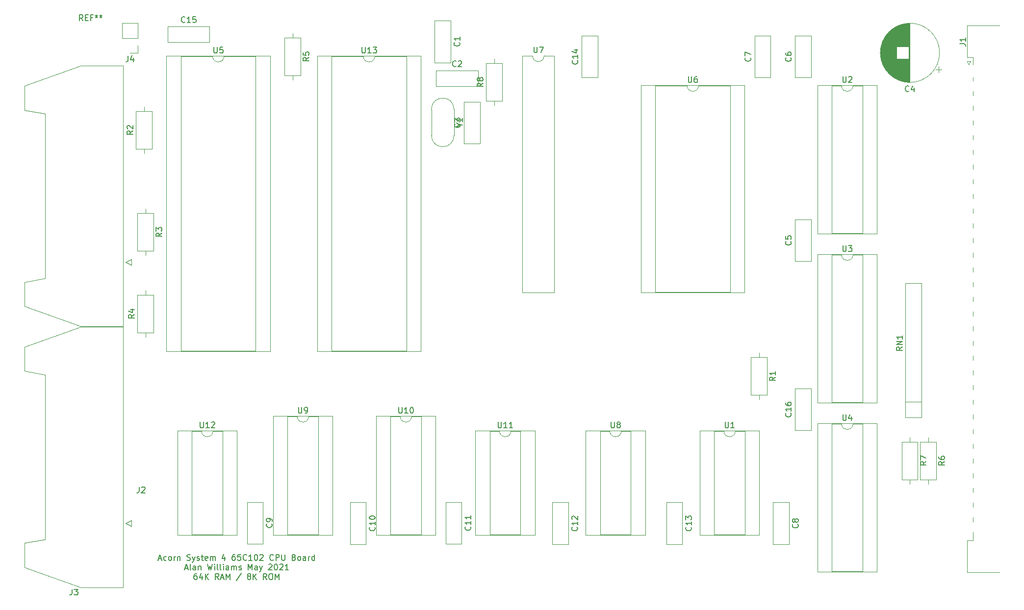
<source format=gto>
%TF.GenerationSoftware,KiCad,Pcbnew,(5.1.10)-1*%
%TF.CreationDate,2021-07-28T22:43:10+09:30*%
%TF.ProjectId,System4cpu,53797374-656d-4346-9370-752e6b696361,rev?*%
%TF.SameCoordinates,Original*%
%TF.FileFunction,Legend,Top*%
%TF.FilePolarity,Positive*%
%FSLAX46Y46*%
G04 Gerber Fmt 4.6, Leading zero omitted, Abs format (unit mm)*
G04 Created by KiCad (PCBNEW (5.1.10)-1) date 2021-07-28 22:43:10*
%MOMM*%
%LPD*%
G01*
G04 APERTURE LIST*
%ADD10C,0.150000*%
%ADD11C,0.120000*%
%ADD12C,2.800000*%
%ADD13O,1.700000X1.700000*%
%ADD14C,1.700000*%
%ADD15C,1.800000*%
%ADD16O,1.800000X1.800000*%
%ADD17C,1.650000*%
%ADD18C,2.950000*%
G04 APERTURE END LIST*
D10*
X78598809Y-134406666D02*
X79075000Y-134406666D01*
X78503571Y-134692380D02*
X78836904Y-133692380D01*
X79170238Y-134692380D01*
X79932142Y-134644761D02*
X79836904Y-134692380D01*
X79646428Y-134692380D01*
X79551190Y-134644761D01*
X79503571Y-134597142D01*
X79455952Y-134501904D01*
X79455952Y-134216190D01*
X79503571Y-134120952D01*
X79551190Y-134073333D01*
X79646428Y-134025714D01*
X79836904Y-134025714D01*
X79932142Y-134073333D01*
X80503571Y-134692380D02*
X80408333Y-134644761D01*
X80360714Y-134597142D01*
X80313095Y-134501904D01*
X80313095Y-134216190D01*
X80360714Y-134120952D01*
X80408333Y-134073333D01*
X80503571Y-134025714D01*
X80646428Y-134025714D01*
X80741666Y-134073333D01*
X80789285Y-134120952D01*
X80836904Y-134216190D01*
X80836904Y-134501904D01*
X80789285Y-134597142D01*
X80741666Y-134644761D01*
X80646428Y-134692380D01*
X80503571Y-134692380D01*
X81265476Y-134692380D02*
X81265476Y-134025714D01*
X81265476Y-134216190D02*
X81313095Y-134120952D01*
X81360714Y-134073333D01*
X81455952Y-134025714D01*
X81551190Y-134025714D01*
X81884523Y-134025714D02*
X81884523Y-134692380D01*
X81884523Y-134120952D02*
X81932142Y-134073333D01*
X82027380Y-134025714D01*
X82170238Y-134025714D01*
X82265476Y-134073333D01*
X82313095Y-134168571D01*
X82313095Y-134692380D01*
X83503571Y-134644761D02*
X83646428Y-134692380D01*
X83884523Y-134692380D01*
X83979761Y-134644761D01*
X84027380Y-134597142D01*
X84075000Y-134501904D01*
X84075000Y-134406666D01*
X84027380Y-134311428D01*
X83979761Y-134263809D01*
X83884523Y-134216190D01*
X83694047Y-134168571D01*
X83598809Y-134120952D01*
X83551190Y-134073333D01*
X83503571Y-133978095D01*
X83503571Y-133882857D01*
X83551190Y-133787619D01*
X83598809Y-133740000D01*
X83694047Y-133692380D01*
X83932142Y-133692380D01*
X84075000Y-133740000D01*
X84408333Y-134025714D02*
X84646428Y-134692380D01*
X84884523Y-134025714D02*
X84646428Y-134692380D01*
X84551190Y-134930476D01*
X84503571Y-134978095D01*
X84408333Y-135025714D01*
X85217857Y-134644761D02*
X85313095Y-134692380D01*
X85503571Y-134692380D01*
X85598809Y-134644761D01*
X85646428Y-134549523D01*
X85646428Y-134501904D01*
X85598809Y-134406666D01*
X85503571Y-134359047D01*
X85360714Y-134359047D01*
X85265476Y-134311428D01*
X85217857Y-134216190D01*
X85217857Y-134168571D01*
X85265476Y-134073333D01*
X85360714Y-134025714D01*
X85503571Y-134025714D01*
X85598809Y-134073333D01*
X85932142Y-134025714D02*
X86313095Y-134025714D01*
X86075000Y-133692380D02*
X86075000Y-134549523D01*
X86122619Y-134644761D01*
X86217857Y-134692380D01*
X86313095Y-134692380D01*
X87027380Y-134644761D02*
X86932142Y-134692380D01*
X86741666Y-134692380D01*
X86646428Y-134644761D01*
X86598809Y-134549523D01*
X86598809Y-134168571D01*
X86646428Y-134073333D01*
X86741666Y-134025714D01*
X86932142Y-134025714D01*
X87027380Y-134073333D01*
X87075000Y-134168571D01*
X87075000Y-134263809D01*
X86598809Y-134359047D01*
X87503571Y-134692380D02*
X87503571Y-134025714D01*
X87503571Y-134120952D02*
X87551190Y-134073333D01*
X87646428Y-134025714D01*
X87789285Y-134025714D01*
X87884523Y-134073333D01*
X87932142Y-134168571D01*
X87932142Y-134692380D01*
X87932142Y-134168571D02*
X87979761Y-134073333D01*
X88075000Y-134025714D01*
X88217857Y-134025714D01*
X88313095Y-134073333D01*
X88360714Y-134168571D01*
X88360714Y-134692380D01*
X90027380Y-134025714D02*
X90027380Y-134692380D01*
X89789285Y-133644761D02*
X89551190Y-134359047D01*
X90170238Y-134359047D01*
X91741666Y-133692380D02*
X91551190Y-133692380D01*
X91455952Y-133740000D01*
X91408333Y-133787619D01*
X91313095Y-133930476D01*
X91265476Y-134120952D01*
X91265476Y-134501904D01*
X91313095Y-134597142D01*
X91360714Y-134644761D01*
X91455952Y-134692380D01*
X91646428Y-134692380D01*
X91741666Y-134644761D01*
X91789285Y-134597142D01*
X91836904Y-134501904D01*
X91836904Y-134263809D01*
X91789285Y-134168571D01*
X91741666Y-134120952D01*
X91646428Y-134073333D01*
X91455952Y-134073333D01*
X91360714Y-134120952D01*
X91313095Y-134168571D01*
X91265476Y-134263809D01*
X92741666Y-133692380D02*
X92265476Y-133692380D01*
X92217857Y-134168571D01*
X92265476Y-134120952D01*
X92360714Y-134073333D01*
X92598809Y-134073333D01*
X92694047Y-134120952D01*
X92741666Y-134168571D01*
X92789285Y-134263809D01*
X92789285Y-134501904D01*
X92741666Y-134597142D01*
X92694047Y-134644761D01*
X92598809Y-134692380D01*
X92360714Y-134692380D01*
X92265476Y-134644761D01*
X92217857Y-134597142D01*
X93789285Y-134597142D02*
X93741666Y-134644761D01*
X93598809Y-134692380D01*
X93503571Y-134692380D01*
X93360714Y-134644761D01*
X93265476Y-134549523D01*
X93217857Y-134454285D01*
X93170238Y-134263809D01*
X93170238Y-134120952D01*
X93217857Y-133930476D01*
X93265476Y-133835238D01*
X93360714Y-133740000D01*
X93503571Y-133692380D01*
X93598809Y-133692380D01*
X93741666Y-133740000D01*
X93789285Y-133787619D01*
X94741666Y-134692380D02*
X94170238Y-134692380D01*
X94455952Y-134692380D02*
X94455952Y-133692380D01*
X94360714Y-133835238D01*
X94265476Y-133930476D01*
X94170238Y-133978095D01*
X95360714Y-133692380D02*
X95455952Y-133692380D01*
X95551190Y-133740000D01*
X95598809Y-133787619D01*
X95646428Y-133882857D01*
X95694047Y-134073333D01*
X95694047Y-134311428D01*
X95646428Y-134501904D01*
X95598809Y-134597142D01*
X95551190Y-134644761D01*
X95455952Y-134692380D01*
X95360714Y-134692380D01*
X95265476Y-134644761D01*
X95217857Y-134597142D01*
X95170238Y-134501904D01*
X95122619Y-134311428D01*
X95122619Y-134073333D01*
X95170238Y-133882857D01*
X95217857Y-133787619D01*
X95265476Y-133740000D01*
X95360714Y-133692380D01*
X96074999Y-133787619D02*
X96122619Y-133740000D01*
X96217857Y-133692380D01*
X96455952Y-133692380D01*
X96551190Y-133740000D01*
X96598809Y-133787619D01*
X96646428Y-133882857D01*
X96646428Y-133978095D01*
X96598809Y-134120952D01*
X96027380Y-134692380D01*
X96646428Y-134692380D01*
X98408333Y-134597142D02*
X98360714Y-134644761D01*
X98217857Y-134692380D01*
X98122619Y-134692380D01*
X97979761Y-134644761D01*
X97884523Y-134549523D01*
X97836904Y-134454285D01*
X97789285Y-134263809D01*
X97789285Y-134120952D01*
X97836904Y-133930476D01*
X97884523Y-133835238D01*
X97979761Y-133740000D01*
X98122619Y-133692380D01*
X98217857Y-133692380D01*
X98360714Y-133740000D01*
X98408333Y-133787619D01*
X98836904Y-134692380D02*
X98836904Y-133692380D01*
X99217857Y-133692380D01*
X99313095Y-133740000D01*
X99360714Y-133787619D01*
X99408333Y-133882857D01*
X99408333Y-134025714D01*
X99360714Y-134120952D01*
X99313095Y-134168571D01*
X99217857Y-134216190D01*
X98836904Y-134216190D01*
X99836904Y-133692380D02*
X99836904Y-134501904D01*
X99884523Y-134597142D01*
X99932142Y-134644761D01*
X100027380Y-134692380D01*
X100217857Y-134692380D01*
X100313095Y-134644761D01*
X100360714Y-134597142D01*
X100408333Y-134501904D01*
X100408333Y-133692380D01*
X101979761Y-134168571D02*
X102122619Y-134216190D01*
X102170238Y-134263809D01*
X102217857Y-134359047D01*
X102217857Y-134501904D01*
X102170238Y-134597142D01*
X102122619Y-134644761D01*
X102027380Y-134692380D01*
X101646428Y-134692380D01*
X101646428Y-133692380D01*
X101979761Y-133692380D01*
X102074999Y-133740000D01*
X102122619Y-133787619D01*
X102170238Y-133882857D01*
X102170238Y-133978095D01*
X102122619Y-134073333D01*
X102074999Y-134120952D01*
X101979761Y-134168571D01*
X101646428Y-134168571D01*
X102789285Y-134692380D02*
X102694047Y-134644761D01*
X102646428Y-134597142D01*
X102598809Y-134501904D01*
X102598809Y-134216190D01*
X102646428Y-134120952D01*
X102694047Y-134073333D01*
X102789285Y-134025714D01*
X102932142Y-134025714D01*
X103027380Y-134073333D01*
X103074999Y-134120952D01*
X103122619Y-134216190D01*
X103122619Y-134501904D01*
X103074999Y-134597142D01*
X103027380Y-134644761D01*
X102932142Y-134692380D01*
X102789285Y-134692380D01*
X103979761Y-134692380D02*
X103979761Y-134168571D01*
X103932142Y-134073333D01*
X103836904Y-134025714D01*
X103646428Y-134025714D01*
X103551190Y-134073333D01*
X103979761Y-134644761D02*
X103884523Y-134692380D01*
X103646428Y-134692380D01*
X103551190Y-134644761D01*
X103503571Y-134549523D01*
X103503571Y-134454285D01*
X103551190Y-134359047D01*
X103646428Y-134311428D01*
X103884523Y-134311428D01*
X103979761Y-134263809D01*
X104455952Y-134692380D02*
X104455952Y-134025714D01*
X104455952Y-134216190D02*
X104503571Y-134120952D01*
X104551190Y-134073333D01*
X104646428Y-134025714D01*
X104741666Y-134025714D01*
X105503571Y-134692380D02*
X105503571Y-133692380D01*
X105503571Y-134644761D02*
X105408333Y-134692380D01*
X105217857Y-134692380D01*
X105122619Y-134644761D01*
X105074999Y-134597142D01*
X105027380Y-134501904D01*
X105027380Y-134216190D01*
X105074999Y-134120952D01*
X105122619Y-134073333D01*
X105217857Y-134025714D01*
X105408333Y-134025714D01*
X105503571Y-134073333D01*
X83122619Y-136056666D02*
X83598809Y-136056666D01*
X83027380Y-136342380D02*
X83360714Y-135342380D01*
X83694047Y-136342380D01*
X84170238Y-136342380D02*
X84075000Y-136294761D01*
X84027380Y-136199523D01*
X84027380Y-135342380D01*
X84979761Y-136342380D02*
X84979761Y-135818571D01*
X84932142Y-135723333D01*
X84836904Y-135675714D01*
X84646428Y-135675714D01*
X84551190Y-135723333D01*
X84979761Y-136294761D02*
X84884523Y-136342380D01*
X84646428Y-136342380D01*
X84551190Y-136294761D01*
X84503571Y-136199523D01*
X84503571Y-136104285D01*
X84551190Y-136009047D01*
X84646428Y-135961428D01*
X84884523Y-135961428D01*
X84979761Y-135913809D01*
X85455952Y-135675714D02*
X85455952Y-136342380D01*
X85455952Y-135770952D02*
X85503571Y-135723333D01*
X85598809Y-135675714D01*
X85741666Y-135675714D01*
X85836904Y-135723333D01*
X85884523Y-135818571D01*
X85884523Y-136342380D01*
X87027380Y-135342380D02*
X87265476Y-136342380D01*
X87455952Y-135628095D01*
X87646428Y-136342380D01*
X87884523Y-135342380D01*
X88265476Y-136342380D02*
X88265476Y-135675714D01*
X88265476Y-135342380D02*
X88217857Y-135390000D01*
X88265476Y-135437619D01*
X88313095Y-135390000D01*
X88265476Y-135342380D01*
X88265476Y-135437619D01*
X88884523Y-136342380D02*
X88789285Y-136294761D01*
X88741666Y-136199523D01*
X88741666Y-135342380D01*
X89408333Y-136342380D02*
X89313095Y-136294761D01*
X89265476Y-136199523D01*
X89265476Y-135342380D01*
X89789285Y-136342380D02*
X89789285Y-135675714D01*
X89789285Y-135342380D02*
X89741666Y-135390000D01*
X89789285Y-135437619D01*
X89836904Y-135390000D01*
X89789285Y-135342380D01*
X89789285Y-135437619D01*
X90694047Y-136342380D02*
X90694047Y-135818571D01*
X90646428Y-135723333D01*
X90551190Y-135675714D01*
X90360714Y-135675714D01*
X90265476Y-135723333D01*
X90694047Y-136294761D02*
X90598809Y-136342380D01*
X90360714Y-136342380D01*
X90265476Y-136294761D01*
X90217857Y-136199523D01*
X90217857Y-136104285D01*
X90265476Y-136009047D01*
X90360714Y-135961428D01*
X90598809Y-135961428D01*
X90694047Y-135913809D01*
X91170238Y-136342380D02*
X91170238Y-135675714D01*
X91170238Y-135770952D02*
X91217857Y-135723333D01*
X91313095Y-135675714D01*
X91455952Y-135675714D01*
X91551190Y-135723333D01*
X91598809Y-135818571D01*
X91598809Y-136342380D01*
X91598809Y-135818571D02*
X91646428Y-135723333D01*
X91741666Y-135675714D01*
X91884523Y-135675714D01*
X91979761Y-135723333D01*
X92027380Y-135818571D01*
X92027380Y-136342380D01*
X92455952Y-136294761D02*
X92551190Y-136342380D01*
X92741666Y-136342380D01*
X92836904Y-136294761D01*
X92884523Y-136199523D01*
X92884523Y-136151904D01*
X92836904Y-136056666D01*
X92741666Y-136009047D01*
X92598809Y-136009047D01*
X92503571Y-135961428D01*
X92455952Y-135866190D01*
X92455952Y-135818571D01*
X92503571Y-135723333D01*
X92598809Y-135675714D01*
X92741666Y-135675714D01*
X92836904Y-135723333D01*
X94075000Y-136342380D02*
X94075000Y-135342380D01*
X94408333Y-136056666D01*
X94741666Y-135342380D01*
X94741666Y-136342380D01*
X95646428Y-136342380D02*
X95646428Y-135818571D01*
X95598809Y-135723333D01*
X95503571Y-135675714D01*
X95313095Y-135675714D01*
X95217857Y-135723333D01*
X95646428Y-136294761D02*
X95551190Y-136342380D01*
X95313095Y-136342380D01*
X95217857Y-136294761D01*
X95170238Y-136199523D01*
X95170238Y-136104285D01*
X95217857Y-136009047D01*
X95313095Y-135961428D01*
X95551190Y-135961428D01*
X95646428Y-135913809D01*
X96027380Y-135675714D02*
X96265476Y-136342380D01*
X96503571Y-135675714D02*
X96265476Y-136342380D01*
X96170238Y-136580476D01*
X96122619Y-136628095D01*
X96027380Y-136675714D01*
X97598809Y-135437619D02*
X97646428Y-135390000D01*
X97741666Y-135342380D01*
X97979761Y-135342380D01*
X98074999Y-135390000D01*
X98122619Y-135437619D01*
X98170238Y-135532857D01*
X98170238Y-135628095D01*
X98122619Y-135770952D01*
X97551190Y-136342380D01*
X98170238Y-136342380D01*
X98789285Y-135342380D02*
X98884523Y-135342380D01*
X98979761Y-135390000D01*
X99027380Y-135437619D01*
X99074999Y-135532857D01*
X99122619Y-135723333D01*
X99122619Y-135961428D01*
X99074999Y-136151904D01*
X99027380Y-136247142D01*
X98979761Y-136294761D01*
X98884523Y-136342380D01*
X98789285Y-136342380D01*
X98694047Y-136294761D01*
X98646428Y-136247142D01*
X98598809Y-136151904D01*
X98551190Y-135961428D01*
X98551190Y-135723333D01*
X98598809Y-135532857D01*
X98646428Y-135437619D01*
X98694047Y-135390000D01*
X98789285Y-135342380D01*
X99503571Y-135437619D02*
X99551190Y-135390000D01*
X99646428Y-135342380D01*
X99884523Y-135342380D01*
X99979761Y-135390000D01*
X100027380Y-135437619D01*
X100074999Y-135532857D01*
X100074999Y-135628095D01*
X100027380Y-135770952D01*
X99455952Y-136342380D01*
X100074999Y-136342380D01*
X101027380Y-136342380D02*
X100455952Y-136342380D01*
X100741666Y-136342380D02*
X100741666Y-135342380D01*
X100646428Y-135485238D01*
X100551190Y-135580476D01*
X100455952Y-135628095D01*
X85170238Y-136992380D02*
X84979761Y-136992380D01*
X84884523Y-137040000D01*
X84836904Y-137087619D01*
X84741666Y-137230476D01*
X84694047Y-137420952D01*
X84694047Y-137801904D01*
X84741666Y-137897142D01*
X84789285Y-137944761D01*
X84884523Y-137992380D01*
X85075000Y-137992380D01*
X85170238Y-137944761D01*
X85217857Y-137897142D01*
X85265476Y-137801904D01*
X85265476Y-137563809D01*
X85217857Y-137468571D01*
X85170238Y-137420952D01*
X85075000Y-137373333D01*
X84884523Y-137373333D01*
X84789285Y-137420952D01*
X84741666Y-137468571D01*
X84694047Y-137563809D01*
X86122619Y-137325714D02*
X86122619Y-137992380D01*
X85884523Y-136944761D02*
X85646428Y-137659047D01*
X86265476Y-137659047D01*
X86646428Y-137992380D02*
X86646428Y-136992380D01*
X87217857Y-137992380D02*
X86789285Y-137420952D01*
X87217857Y-136992380D02*
X86646428Y-137563809D01*
X88979761Y-137992380D02*
X88646428Y-137516190D01*
X88408333Y-137992380D02*
X88408333Y-136992380D01*
X88789285Y-136992380D01*
X88884523Y-137040000D01*
X88932142Y-137087619D01*
X88979761Y-137182857D01*
X88979761Y-137325714D01*
X88932142Y-137420952D01*
X88884523Y-137468571D01*
X88789285Y-137516190D01*
X88408333Y-137516190D01*
X89360714Y-137706666D02*
X89836904Y-137706666D01*
X89265476Y-137992380D02*
X89598809Y-136992380D01*
X89932142Y-137992380D01*
X90265476Y-137992380D02*
X90265476Y-136992380D01*
X90598809Y-137706666D01*
X90932142Y-136992380D01*
X90932142Y-137992380D01*
X92884523Y-136944761D02*
X92027380Y-138230476D01*
X94122619Y-137420952D02*
X94027380Y-137373333D01*
X93979761Y-137325714D01*
X93932142Y-137230476D01*
X93932142Y-137182857D01*
X93979761Y-137087619D01*
X94027380Y-137040000D01*
X94122619Y-136992380D01*
X94313095Y-136992380D01*
X94408333Y-137040000D01*
X94455952Y-137087619D01*
X94503571Y-137182857D01*
X94503571Y-137230476D01*
X94455952Y-137325714D01*
X94408333Y-137373333D01*
X94313095Y-137420952D01*
X94122619Y-137420952D01*
X94027380Y-137468571D01*
X93979761Y-137516190D01*
X93932142Y-137611428D01*
X93932142Y-137801904D01*
X93979761Y-137897142D01*
X94027380Y-137944761D01*
X94122619Y-137992380D01*
X94313095Y-137992380D01*
X94408333Y-137944761D01*
X94455952Y-137897142D01*
X94503571Y-137801904D01*
X94503571Y-137611428D01*
X94455952Y-137516190D01*
X94408333Y-137468571D01*
X94313095Y-137420952D01*
X94932142Y-137992380D02*
X94932142Y-136992380D01*
X95503571Y-137992380D02*
X95075000Y-137420952D01*
X95503571Y-136992380D02*
X94932142Y-137563809D01*
X97265476Y-137992380D02*
X96932142Y-137516190D01*
X96694047Y-137992380D02*
X96694047Y-136992380D01*
X97075000Y-136992380D01*
X97170238Y-137040000D01*
X97217857Y-137087619D01*
X97265476Y-137182857D01*
X97265476Y-137325714D01*
X97217857Y-137420952D01*
X97170238Y-137468571D01*
X97075000Y-137516190D01*
X96694047Y-137516190D01*
X97884523Y-136992380D02*
X98075000Y-136992380D01*
X98170238Y-137040000D01*
X98265476Y-137135238D01*
X98313095Y-137325714D01*
X98313095Y-137659047D01*
X98265476Y-137849523D01*
X98170238Y-137944761D01*
X98075000Y-137992380D01*
X97884523Y-137992380D01*
X97789285Y-137944761D01*
X97694047Y-137849523D01*
X97646428Y-137659047D01*
X97646428Y-137325714D01*
X97694047Y-137135238D01*
X97789285Y-137040000D01*
X97884523Y-136992380D01*
X98741666Y-137992380D02*
X98741666Y-136992380D01*
X99075000Y-137706666D01*
X99408333Y-136992380D01*
X99408333Y-137992380D01*
D11*
%TO.C,R8*%
X135155000Y-55340000D02*
X137895000Y-55340000D01*
X137895000Y-55340000D02*
X137895000Y-48800000D01*
X137895000Y-48800000D02*
X135155000Y-48800000D01*
X135155000Y-48800000D02*
X135155000Y-55340000D01*
X136525000Y-56110000D02*
X136525000Y-55340000D01*
X136525000Y-48030000D02*
X136525000Y-48800000D01*
%TO.C,U5*%
X87900000Y-47565000D02*
X82440000Y-47565000D01*
X82440000Y-47565000D02*
X82440000Y-98485000D01*
X82440000Y-98485000D02*
X95360000Y-98485000D01*
X95360000Y-98485000D02*
X95360000Y-47565000D01*
X95360000Y-47565000D02*
X89900000Y-47565000D01*
X79950000Y-47505000D02*
X79950000Y-98545000D01*
X79950000Y-98545000D02*
X97850000Y-98545000D01*
X97850000Y-98545000D02*
X97850000Y-47505000D01*
X97850000Y-47505000D02*
X79950000Y-47505000D01*
X89900000Y-47565000D02*
G75*
G02*
X87900000Y-47565000I-1000000J0D01*
G01*
%TO.C,J3*%
X72470000Y-139350000D02*
X65140000Y-139350000D01*
X65140000Y-139350000D02*
X55480000Y-135880000D01*
X55480000Y-135880000D02*
X55480000Y-131690000D01*
X55480000Y-131690000D02*
X59040000Y-131060000D01*
X59040000Y-131060000D02*
X59040000Y-102620000D01*
X59040000Y-102620000D02*
X55480000Y-101990000D01*
X55480000Y-101990000D02*
X55480000Y-97800000D01*
X55480000Y-97800000D02*
X65140000Y-94330000D01*
X65140000Y-94330000D02*
X72470000Y-94330000D01*
X72470000Y-94330000D02*
X72470000Y-139350000D01*
X72860000Y-128270000D02*
X73860000Y-128770000D01*
X73860000Y-128770000D02*
X73860000Y-127770000D01*
X73860000Y-127770000D02*
X72860000Y-128270000D01*
%TO.C,J2*%
X72470000Y-94265000D02*
X65140000Y-94265000D01*
X65140000Y-94265000D02*
X55480000Y-90795000D01*
X55480000Y-90795000D02*
X55480000Y-86605000D01*
X55480000Y-86605000D02*
X59040000Y-85975000D01*
X59040000Y-85975000D02*
X59040000Y-57535000D01*
X59040000Y-57535000D02*
X55480000Y-56905000D01*
X55480000Y-56905000D02*
X55480000Y-52715000D01*
X55480000Y-52715000D02*
X65140000Y-49245000D01*
X65140000Y-49245000D02*
X72470000Y-49245000D01*
X72470000Y-49245000D02*
X72470000Y-94265000D01*
X72860000Y-83185000D02*
X73860000Y-83685000D01*
X73860000Y-83685000D02*
X73860000Y-82685000D01*
X73860000Y-82685000D02*
X72860000Y-83185000D01*
%TO.C,U13*%
X113935000Y-47565000D02*
X108475000Y-47565000D01*
X108475000Y-47565000D02*
X108475000Y-98485000D01*
X108475000Y-98485000D02*
X121395000Y-98485000D01*
X121395000Y-98485000D02*
X121395000Y-47565000D01*
X121395000Y-47565000D02*
X115935000Y-47565000D01*
X105985000Y-47505000D02*
X105985000Y-98545000D01*
X105985000Y-98545000D02*
X123885000Y-98545000D01*
X123885000Y-98545000D02*
X123885000Y-47505000D01*
X123885000Y-47505000D02*
X105985000Y-47505000D01*
X115935000Y-47565000D02*
G75*
G02*
X113935000Y-47565000I-1000000J0D01*
G01*
%TO.C,U12*%
X85995000Y-112335000D02*
X84345000Y-112335000D01*
X84345000Y-112335000D02*
X84345000Y-130235000D01*
X84345000Y-130235000D02*
X89645000Y-130235000D01*
X89645000Y-130235000D02*
X89645000Y-112335000D01*
X89645000Y-112335000D02*
X87995000Y-112335000D01*
X81855000Y-112275000D02*
X81855000Y-130295000D01*
X81855000Y-130295000D02*
X92135000Y-130295000D01*
X92135000Y-130295000D02*
X92135000Y-112275000D01*
X92135000Y-112275000D02*
X81855000Y-112275000D01*
X87995000Y-112335000D02*
G75*
G02*
X85995000Y-112335000I-1000000J0D01*
G01*
%TO.C,U11*%
X137430000Y-112335000D02*
X135780000Y-112335000D01*
X135780000Y-112335000D02*
X135780000Y-130235000D01*
X135780000Y-130235000D02*
X141080000Y-130235000D01*
X141080000Y-130235000D02*
X141080000Y-112335000D01*
X141080000Y-112335000D02*
X139430000Y-112335000D01*
X133290000Y-112275000D02*
X133290000Y-130295000D01*
X133290000Y-130295000D02*
X143570000Y-130295000D01*
X143570000Y-130295000D02*
X143570000Y-112275000D01*
X143570000Y-112275000D02*
X133290000Y-112275000D01*
X139430000Y-112335000D02*
G75*
G02*
X137430000Y-112335000I-1000000J0D01*
G01*
%TO.C,U10*%
X120285000Y-109795000D02*
X118635000Y-109795000D01*
X118635000Y-109795000D02*
X118635000Y-130235000D01*
X118635000Y-130235000D02*
X123935000Y-130235000D01*
X123935000Y-130235000D02*
X123935000Y-109795000D01*
X123935000Y-109795000D02*
X122285000Y-109795000D01*
X116145000Y-109735000D02*
X116145000Y-130295000D01*
X116145000Y-130295000D02*
X126425000Y-130295000D01*
X126425000Y-130295000D02*
X126425000Y-109735000D01*
X126425000Y-109735000D02*
X116145000Y-109735000D01*
X122285000Y-109795000D02*
G75*
G02*
X120285000Y-109795000I-1000000J0D01*
G01*
%TO.C,U9*%
X102505000Y-109795000D02*
X100855000Y-109795000D01*
X100855000Y-109795000D02*
X100855000Y-130235000D01*
X100855000Y-130235000D02*
X106155000Y-130235000D01*
X106155000Y-130235000D02*
X106155000Y-109795000D01*
X106155000Y-109795000D02*
X104505000Y-109795000D01*
X98365000Y-109735000D02*
X98365000Y-130295000D01*
X98365000Y-130295000D02*
X108645000Y-130295000D01*
X108645000Y-130295000D02*
X108645000Y-109735000D01*
X108645000Y-109735000D02*
X98365000Y-109735000D01*
X104505000Y-109795000D02*
G75*
G02*
X102505000Y-109795000I-1000000J0D01*
G01*
%TO.C,U8*%
X156480000Y-112335000D02*
X154830000Y-112335000D01*
X154830000Y-112335000D02*
X154830000Y-130235000D01*
X154830000Y-130235000D02*
X160130000Y-130235000D01*
X160130000Y-130235000D02*
X160130000Y-112335000D01*
X160130000Y-112335000D02*
X158480000Y-112335000D01*
X152340000Y-112275000D02*
X152340000Y-130295000D01*
X152340000Y-130295000D02*
X162620000Y-130295000D01*
X162620000Y-130295000D02*
X162620000Y-112275000D01*
X162620000Y-112275000D02*
X152340000Y-112275000D01*
X158480000Y-112335000D02*
G75*
G02*
X156480000Y-112335000I-1000000J0D01*
G01*
%TO.C,U7*%
X143145000Y-47505000D02*
X141375000Y-47505000D01*
X141375000Y-47505000D02*
X141375000Y-88385000D01*
X141375000Y-88385000D02*
X146915000Y-88385000D01*
X146915000Y-88385000D02*
X146915000Y-47505000D01*
X146915000Y-47505000D02*
X145145000Y-47505000D01*
X145145000Y-47505000D02*
G75*
G02*
X143145000Y-47505000I-1000000J0D01*
G01*
%TO.C,U4*%
X196485000Y-111065000D02*
X194835000Y-111065000D01*
X194835000Y-111065000D02*
X194835000Y-136585000D01*
X194835000Y-136585000D02*
X200135000Y-136585000D01*
X200135000Y-136585000D02*
X200135000Y-111065000D01*
X200135000Y-111065000D02*
X198485000Y-111065000D01*
X192345000Y-111005000D02*
X192345000Y-136645000D01*
X192345000Y-136645000D02*
X202625000Y-136645000D01*
X202625000Y-136645000D02*
X202625000Y-111005000D01*
X202625000Y-111005000D02*
X192345000Y-111005000D01*
X198485000Y-111065000D02*
G75*
G02*
X196485000Y-111065000I-1000000J0D01*
G01*
%TO.C,U3*%
X196485000Y-81855000D02*
X194835000Y-81855000D01*
X194835000Y-81855000D02*
X194835000Y-107375000D01*
X194835000Y-107375000D02*
X200135000Y-107375000D01*
X200135000Y-107375000D02*
X200135000Y-81855000D01*
X200135000Y-81855000D02*
X198485000Y-81855000D01*
X192345000Y-81795000D02*
X192345000Y-107435000D01*
X192345000Y-107435000D02*
X202625000Y-107435000D01*
X202625000Y-107435000D02*
X202625000Y-81795000D01*
X202625000Y-81795000D02*
X192345000Y-81795000D01*
X198485000Y-81855000D02*
G75*
G02*
X196485000Y-81855000I-1000000J0D01*
G01*
%TO.C,U2*%
X196485000Y-52645000D02*
X194835000Y-52645000D01*
X194835000Y-52645000D02*
X194835000Y-78165000D01*
X194835000Y-78165000D02*
X200135000Y-78165000D01*
X200135000Y-78165000D02*
X200135000Y-52645000D01*
X200135000Y-52645000D02*
X198485000Y-52645000D01*
X192345000Y-52585000D02*
X192345000Y-78225000D01*
X192345000Y-78225000D02*
X202625000Y-78225000D01*
X202625000Y-78225000D02*
X202625000Y-52585000D01*
X202625000Y-52585000D02*
X192345000Y-52585000D01*
X198485000Y-52645000D02*
G75*
G02*
X196485000Y-52645000I-1000000J0D01*
G01*
%TO.C,U1*%
X176165000Y-112335000D02*
X174515000Y-112335000D01*
X174515000Y-112335000D02*
X174515000Y-130235000D01*
X174515000Y-130235000D02*
X179815000Y-130235000D01*
X179815000Y-130235000D02*
X179815000Y-112335000D01*
X179815000Y-112335000D02*
X178165000Y-112335000D01*
X172025000Y-112275000D02*
X172025000Y-130295000D01*
X172025000Y-130295000D02*
X182305000Y-130295000D01*
X182305000Y-130295000D02*
X182305000Y-112275000D01*
X182305000Y-112275000D02*
X172025000Y-112275000D01*
X178165000Y-112335000D02*
G75*
G02*
X176165000Y-112335000I-1000000J0D01*
G01*
%TO.C,RN1*%
X207515000Y-110025000D02*
X210315000Y-110025000D01*
X210315000Y-110025000D02*
X210315000Y-86825000D01*
X210315000Y-86825000D02*
X207515000Y-86825000D01*
X207515000Y-86825000D02*
X207515000Y-110025000D01*
X207515000Y-107315000D02*
X210315000Y-107315000D01*
%TO.C,R7*%
X209650000Y-114205000D02*
X206910000Y-114205000D01*
X206910000Y-114205000D02*
X206910000Y-120745000D01*
X206910000Y-120745000D02*
X209650000Y-120745000D01*
X209650000Y-120745000D02*
X209650000Y-114205000D01*
X208280000Y-113435000D02*
X208280000Y-114205000D01*
X208280000Y-121515000D02*
X208280000Y-120745000D01*
%TO.C,R6*%
X212825000Y-114205000D02*
X210085000Y-114205000D01*
X210085000Y-114205000D02*
X210085000Y-120745000D01*
X210085000Y-120745000D02*
X212825000Y-120745000D01*
X212825000Y-120745000D02*
X212825000Y-114205000D01*
X211455000Y-113435000D02*
X211455000Y-114205000D01*
X211455000Y-121515000D02*
X211455000Y-120745000D01*
%TO.C,R5*%
X103097000Y-44355000D02*
X100357000Y-44355000D01*
X100357000Y-44355000D02*
X100357000Y-50895000D01*
X100357000Y-50895000D02*
X103097000Y-50895000D01*
X103097000Y-50895000D02*
X103097000Y-44355000D01*
X101727000Y-43585000D02*
X101727000Y-44355000D01*
X101727000Y-51665000D02*
X101727000Y-50895000D01*
%TO.C,R4*%
X74957000Y-95345000D02*
X77697000Y-95345000D01*
X77697000Y-95345000D02*
X77697000Y-88805000D01*
X77697000Y-88805000D02*
X74957000Y-88805000D01*
X74957000Y-88805000D02*
X74957000Y-95345000D01*
X76327000Y-96115000D02*
X76327000Y-95345000D01*
X76327000Y-88035000D02*
X76327000Y-88805000D01*
%TO.C,R3*%
X77697000Y-74708000D02*
X74957000Y-74708000D01*
X74957000Y-74708000D02*
X74957000Y-81248000D01*
X74957000Y-81248000D02*
X77697000Y-81248000D01*
X77697000Y-81248000D02*
X77697000Y-74708000D01*
X76327000Y-73938000D02*
X76327000Y-74708000D01*
X76327000Y-82018000D02*
X76327000Y-81248000D01*
%TO.C,R2*%
X74703000Y-63595000D02*
X77443000Y-63595000D01*
X77443000Y-63595000D02*
X77443000Y-57055000D01*
X77443000Y-57055000D02*
X74703000Y-57055000D01*
X74703000Y-57055000D02*
X74703000Y-63595000D01*
X76073000Y-64365000D02*
X76073000Y-63595000D01*
X76073000Y-56285000D02*
X76073000Y-57055000D01*
%TO.C,R1*%
X183615000Y-99600000D02*
X180875000Y-99600000D01*
X180875000Y-99600000D02*
X180875000Y-106140000D01*
X180875000Y-106140000D02*
X183615000Y-106140000D01*
X183615000Y-106140000D02*
X183615000Y-99600000D01*
X182245000Y-98830000D02*
X182245000Y-99600000D01*
X182245000Y-106910000D02*
X182245000Y-106140000D01*
%TO.C,J4*%
X74990000Y-41850000D02*
X72330000Y-41850000D01*
X74990000Y-44450000D02*
X74990000Y-41850000D01*
X72330000Y-44450000D02*
X72330000Y-41850000D01*
X74990000Y-44450000D02*
X72330000Y-44450000D01*
X74990000Y-45720000D02*
X74990000Y-47050000D01*
X74990000Y-47050000D02*
X73660000Y-47050000D01*
%TO.C,J1*%
X223740000Y-42275000D02*
X218180000Y-42275000D01*
X218180000Y-42275000D02*
X218180000Y-47795000D01*
X218180000Y-47795000D02*
X219180000Y-47795000D01*
X223740000Y-136795000D02*
X218180000Y-136795000D01*
X218180000Y-136795000D02*
X218180000Y-131275000D01*
X218180000Y-131275000D02*
X219180000Y-131275000D01*
X219180000Y-47794000D02*
X219180000Y-49070000D01*
X219180000Y-51260000D02*
X219180000Y-51836000D01*
X219180000Y-53575000D02*
X219180000Y-54376000D01*
X219180000Y-56115000D02*
X219180000Y-56916000D01*
X219180000Y-58655000D02*
X219180000Y-59456000D01*
X219180000Y-61195000D02*
X219180000Y-61996000D01*
X219180000Y-63735000D02*
X219180000Y-64536000D01*
X219180000Y-66275000D02*
X219180000Y-67076000D01*
X219180000Y-68815000D02*
X219180000Y-69616000D01*
X219180000Y-71355000D02*
X219180000Y-72156000D01*
X219180000Y-73895000D02*
X219180000Y-74696000D01*
X219180000Y-76435000D02*
X219180000Y-77236000D01*
X219180000Y-78975000D02*
X219180000Y-79776000D01*
X219180000Y-81515000D02*
X219180000Y-82316000D01*
X219180000Y-84055000D02*
X219180000Y-84856000D01*
X219180000Y-86595000D02*
X219180000Y-87396000D01*
X219180000Y-89135000D02*
X219180000Y-89936000D01*
X219180000Y-91675000D02*
X219180000Y-92476000D01*
X219180000Y-94215000D02*
X219180000Y-95016000D01*
X219180000Y-96755000D02*
X219180000Y-97556000D01*
X219180000Y-99295000D02*
X219180000Y-100096000D01*
X219180000Y-101835000D02*
X219180000Y-102636000D01*
X219180000Y-104375000D02*
X219180000Y-105176000D01*
X219180000Y-106915000D02*
X219180000Y-107716000D01*
X219180000Y-109455000D02*
X219180000Y-110256000D01*
X219180000Y-111995000D02*
X219180000Y-112796000D01*
X219180000Y-114535000D02*
X219180000Y-115336000D01*
X219180000Y-117075000D02*
X219180000Y-117876000D01*
X219180000Y-119615000D02*
X219180000Y-120416000D01*
X219180000Y-122155000D02*
X219180000Y-122956000D01*
X219180000Y-124695000D02*
X219180000Y-125496000D01*
X219180000Y-127235000D02*
X219180000Y-128036000D01*
X219180000Y-129775000D02*
X219180000Y-131275000D01*
X218440000Y-49070000D02*
X218740000Y-48470000D01*
X218740000Y-48470000D02*
X218140000Y-48470000D01*
X218140000Y-48470000D02*
X218440000Y-49070000D01*
%TO.C,C14*%
X151665000Y-51285000D02*
X151665000Y-44045000D01*
X154405000Y-51285000D02*
X154405000Y-44045000D01*
X151665000Y-51285000D02*
X154405000Y-51285000D01*
X151665000Y-44045000D02*
X154405000Y-44045000D01*
%TO.C,C13*%
X169010000Y-124690000D02*
X169010000Y-131930000D01*
X166270000Y-124690000D02*
X166270000Y-131930000D01*
X169010000Y-124690000D02*
X166270000Y-124690000D01*
X169010000Y-131930000D02*
X166270000Y-131930000D01*
%TO.C,C12*%
X149325000Y-124690000D02*
X149325000Y-131930000D01*
X146585000Y-124690000D02*
X146585000Y-131930000D01*
X149325000Y-124690000D02*
X146585000Y-124690000D01*
X149325000Y-131930000D02*
X146585000Y-131930000D01*
%TO.C,C11*%
X130910000Y-124610000D02*
X130910000Y-131850000D01*
X128170000Y-124610000D02*
X128170000Y-131850000D01*
X130910000Y-124610000D02*
X128170000Y-124610000D01*
X130910000Y-131850000D02*
X128170000Y-131850000D01*
%TO.C,C10*%
X114400000Y-124690000D02*
X114400000Y-131930000D01*
X111660000Y-124690000D02*
X111660000Y-131930000D01*
X114400000Y-124690000D02*
X111660000Y-124690000D01*
X114400000Y-131930000D02*
X111660000Y-131930000D01*
%TO.C,C9*%
X96620000Y-124610000D02*
X96620000Y-131850000D01*
X93880000Y-124610000D02*
X93880000Y-131850000D01*
X96620000Y-124610000D02*
X93880000Y-124610000D01*
X96620000Y-131850000D02*
X93880000Y-131850000D01*
%TO.C,C8*%
X187425000Y-124690000D02*
X187425000Y-131930000D01*
X184685000Y-124690000D02*
X184685000Y-131930000D01*
X187425000Y-124690000D02*
X184685000Y-124690000D01*
X187425000Y-131930000D02*
X184685000Y-131930000D01*
%TO.C,C7*%
X181510000Y-51285000D02*
X181510000Y-44045000D01*
X184250000Y-51285000D02*
X184250000Y-44045000D01*
X181510000Y-51285000D02*
X184250000Y-51285000D01*
X181510000Y-44045000D02*
X184250000Y-44045000D01*
%TO.C,C6*%
X188495000Y-51285000D02*
X188495000Y-44045000D01*
X191235000Y-51285000D02*
X191235000Y-44045000D01*
X188495000Y-51285000D02*
X191235000Y-51285000D01*
X188495000Y-44045000D02*
X191235000Y-44045000D01*
%TO.C,C5*%
X188495000Y-83035000D02*
X188495000Y-75795000D01*
X191235000Y-83035000D02*
X191235000Y-75795000D01*
X188495000Y-83035000D02*
X191235000Y-83035000D01*
X188495000Y-75795000D02*
X191235000Y-75795000D01*
%TO.C,C4*%
X213420000Y-46990000D02*
G75*
G03*
X213420000Y-46990000I-5120000J0D01*
G01*
X208300000Y-52070000D02*
X208300000Y-41910000D01*
X208260000Y-52070000D02*
X208260000Y-41910000D01*
X208220000Y-52070000D02*
X208220000Y-41910000D01*
X208180000Y-52069000D02*
X208180000Y-41911000D01*
X208140000Y-52068000D02*
X208140000Y-41912000D01*
X208100000Y-52067000D02*
X208100000Y-41913000D01*
X208060000Y-52065000D02*
X208060000Y-48030000D01*
X208060000Y-45950000D02*
X208060000Y-41915000D01*
X208020000Y-52063000D02*
X208020000Y-48030000D01*
X208020000Y-45950000D02*
X208020000Y-41917000D01*
X207980000Y-52060000D02*
X207980000Y-48030000D01*
X207980000Y-45950000D02*
X207980000Y-41920000D01*
X207940000Y-52058000D02*
X207940000Y-48030000D01*
X207940000Y-45950000D02*
X207940000Y-41922000D01*
X207900000Y-52055000D02*
X207900000Y-48030000D01*
X207900000Y-45950000D02*
X207900000Y-41925000D01*
X207860000Y-52052000D02*
X207860000Y-48030000D01*
X207860000Y-45950000D02*
X207860000Y-41928000D01*
X207820000Y-52048000D02*
X207820000Y-48030000D01*
X207820000Y-45950000D02*
X207820000Y-41932000D01*
X207780000Y-52044000D02*
X207780000Y-48030000D01*
X207780000Y-45950000D02*
X207780000Y-41936000D01*
X207740000Y-52040000D02*
X207740000Y-48030000D01*
X207740000Y-45950000D02*
X207740000Y-41940000D01*
X207700000Y-52035000D02*
X207700000Y-48030000D01*
X207700000Y-45950000D02*
X207700000Y-41945000D01*
X207660000Y-52030000D02*
X207660000Y-48030000D01*
X207660000Y-45950000D02*
X207660000Y-41950000D01*
X207620000Y-52025000D02*
X207620000Y-48030000D01*
X207620000Y-45950000D02*
X207620000Y-41955000D01*
X207579000Y-52020000D02*
X207579000Y-48030000D01*
X207579000Y-45950000D02*
X207579000Y-41960000D01*
X207539000Y-52014000D02*
X207539000Y-48030000D01*
X207539000Y-45950000D02*
X207539000Y-41966000D01*
X207499000Y-52008000D02*
X207499000Y-48030000D01*
X207499000Y-45950000D02*
X207499000Y-41972000D01*
X207459000Y-52001000D02*
X207459000Y-48030000D01*
X207459000Y-45950000D02*
X207459000Y-41979000D01*
X207419000Y-51994000D02*
X207419000Y-48030000D01*
X207419000Y-45950000D02*
X207419000Y-41986000D01*
X207379000Y-51987000D02*
X207379000Y-48030000D01*
X207379000Y-45950000D02*
X207379000Y-41993000D01*
X207339000Y-51980000D02*
X207339000Y-48030000D01*
X207339000Y-45950000D02*
X207339000Y-42000000D01*
X207299000Y-51972000D02*
X207299000Y-48030000D01*
X207299000Y-45950000D02*
X207299000Y-42008000D01*
X207259000Y-51964000D02*
X207259000Y-48030000D01*
X207259000Y-45950000D02*
X207259000Y-42016000D01*
X207219000Y-51955000D02*
X207219000Y-48030000D01*
X207219000Y-45950000D02*
X207219000Y-42025000D01*
X207179000Y-51946000D02*
X207179000Y-48030000D01*
X207179000Y-45950000D02*
X207179000Y-42034000D01*
X207139000Y-51937000D02*
X207139000Y-48030000D01*
X207139000Y-45950000D02*
X207139000Y-42043000D01*
X207099000Y-51928000D02*
X207099000Y-48030000D01*
X207099000Y-45950000D02*
X207099000Y-42052000D01*
X207059000Y-51918000D02*
X207059000Y-48030000D01*
X207059000Y-45950000D02*
X207059000Y-42062000D01*
X207019000Y-51908000D02*
X207019000Y-48030000D01*
X207019000Y-45950000D02*
X207019000Y-42072000D01*
X206979000Y-51897000D02*
X206979000Y-48030000D01*
X206979000Y-45950000D02*
X206979000Y-42083000D01*
X206939000Y-51887000D02*
X206939000Y-48030000D01*
X206939000Y-45950000D02*
X206939000Y-42093000D01*
X206899000Y-51875000D02*
X206899000Y-48030000D01*
X206899000Y-45950000D02*
X206899000Y-42105000D01*
X206859000Y-51864000D02*
X206859000Y-48030000D01*
X206859000Y-45950000D02*
X206859000Y-42116000D01*
X206819000Y-51852000D02*
X206819000Y-48030000D01*
X206819000Y-45950000D02*
X206819000Y-42128000D01*
X206779000Y-51840000D02*
X206779000Y-48030000D01*
X206779000Y-45950000D02*
X206779000Y-42140000D01*
X206739000Y-51827000D02*
X206739000Y-48030000D01*
X206739000Y-45950000D02*
X206739000Y-42153000D01*
X206699000Y-51814000D02*
X206699000Y-48030000D01*
X206699000Y-45950000D02*
X206699000Y-42166000D01*
X206659000Y-51801000D02*
X206659000Y-48030000D01*
X206659000Y-45950000D02*
X206659000Y-42179000D01*
X206619000Y-51787000D02*
X206619000Y-48030000D01*
X206619000Y-45950000D02*
X206619000Y-42193000D01*
X206579000Y-51773000D02*
X206579000Y-48030000D01*
X206579000Y-45950000D02*
X206579000Y-42207000D01*
X206539000Y-51758000D02*
X206539000Y-48030000D01*
X206539000Y-45950000D02*
X206539000Y-42222000D01*
X206499000Y-51744000D02*
X206499000Y-48030000D01*
X206499000Y-45950000D02*
X206499000Y-42236000D01*
X206459000Y-51728000D02*
X206459000Y-48030000D01*
X206459000Y-45950000D02*
X206459000Y-42252000D01*
X206419000Y-51713000D02*
X206419000Y-48030000D01*
X206419000Y-45950000D02*
X206419000Y-42267000D01*
X206379000Y-51697000D02*
X206379000Y-48030000D01*
X206379000Y-45950000D02*
X206379000Y-42283000D01*
X206339000Y-51680000D02*
X206339000Y-48030000D01*
X206339000Y-45950000D02*
X206339000Y-42300000D01*
X206299000Y-51664000D02*
X206299000Y-48030000D01*
X206299000Y-45950000D02*
X206299000Y-42316000D01*
X206259000Y-51647000D02*
X206259000Y-48030000D01*
X206259000Y-45950000D02*
X206259000Y-42333000D01*
X206219000Y-51629000D02*
X206219000Y-48030000D01*
X206219000Y-45950000D02*
X206219000Y-42351000D01*
X206179000Y-51611000D02*
X206179000Y-48030000D01*
X206179000Y-45950000D02*
X206179000Y-42369000D01*
X206139000Y-51593000D02*
X206139000Y-48030000D01*
X206139000Y-45950000D02*
X206139000Y-42387000D01*
X206099000Y-51574000D02*
X206099000Y-48030000D01*
X206099000Y-45950000D02*
X206099000Y-42406000D01*
X206059000Y-51554000D02*
X206059000Y-48030000D01*
X206059000Y-45950000D02*
X206059000Y-42426000D01*
X206019000Y-51535000D02*
X206019000Y-48030000D01*
X206019000Y-45950000D02*
X206019000Y-42445000D01*
X205979000Y-51515000D02*
X205979000Y-42465000D01*
X205939000Y-51494000D02*
X205939000Y-42486000D01*
X205899000Y-51473000D02*
X205899000Y-42507000D01*
X205859000Y-51452000D02*
X205859000Y-42528000D01*
X205819000Y-51430000D02*
X205819000Y-42550000D01*
X205779000Y-51407000D02*
X205779000Y-42573000D01*
X205739000Y-51385000D02*
X205739000Y-42595000D01*
X205699000Y-51361000D02*
X205699000Y-42619000D01*
X205659000Y-51337000D02*
X205659000Y-42643000D01*
X205619000Y-51313000D02*
X205619000Y-42667000D01*
X205579000Y-51288000D02*
X205579000Y-42692000D01*
X205539000Y-51263000D02*
X205539000Y-42717000D01*
X205499000Y-51237000D02*
X205499000Y-42743000D01*
X205459000Y-51211000D02*
X205459000Y-42769000D01*
X205419000Y-51184000D02*
X205419000Y-42796000D01*
X205379000Y-51156000D02*
X205379000Y-42824000D01*
X205339000Y-51128000D02*
X205339000Y-42852000D01*
X205299000Y-51100000D02*
X205299000Y-42880000D01*
X205259000Y-51070000D02*
X205259000Y-42910000D01*
X205219000Y-51040000D02*
X205219000Y-42940000D01*
X205179000Y-51010000D02*
X205179000Y-42970000D01*
X205139000Y-50979000D02*
X205139000Y-43001000D01*
X205099000Y-50947000D02*
X205099000Y-43033000D01*
X205059000Y-50915000D02*
X205059000Y-43065000D01*
X205019000Y-50882000D02*
X205019000Y-43098000D01*
X204979000Y-50848000D02*
X204979000Y-43132000D01*
X204939000Y-50814000D02*
X204939000Y-43166000D01*
X204899000Y-50779000D02*
X204899000Y-43201000D01*
X204859000Y-50743000D02*
X204859000Y-43237000D01*
X204819000Y-50706000D02*
X204819000Y-43274000D01*
X204779000Y-50669000D02*
X204779000Y-43311000D01*
X204739000Y-50630000D02*
X204739000Y-43350000D01*
X204699000Y-50591000D02*
X204699000Y-43389000D01*
X204659000Y-50551000D02*
X204659000Y-43429000D01*
X204619000Y-50510000D02*
X204619000Y-43470000D01*
X204579000Y-50468000D02*
X204579000Y-43512000D01*
X204539000Y-50426000D02*
X204539000Y-43554000D01*
X204499000Y-50382000D02*
X204499000Y-43598000D01*
X204459000Y-50337000D02*
X204459000Y-43643000D01*
X204419000Y-50291000D02*
X204419000Y-43689000D01*
X204379000Y-50244000D02*
X204379000Y-43736000D01*
X204339000Y-50196000D02*
X204339000Y-43784000D01*
X204299000Y-50146000D02*
X204299000Y-43834000D01*
X204259000Y-50096000D02*
X204259000Y-43884000D01*
X204219000Y-50044000D02*
X204219000Y-43936000D01*
X204179000Y-49990000D02*
X204179000Y-43990000D01*
X204139000Y-49935000D02*
X204139000Y-44045000D01*
X204099000Y-49879000D02*
X204099000Y-44101000D01*
X204059000Y-49820000D02*
X204059000Y-44160000D01*
X204019000Y-49760000D02*
X204019000Y-44220000D01*
X203979000Y-49699000D02*
X203979000Y-44281000D01*
X203939000Y-49635000D02*
X203939000Y-44345000D01*
X203899000Y-49569000D02*
X203899000Y-44411000D01*
X203859000Y-49500000D02*
X203859000Y-44480000D01*
X203819000Y-49429000D02*
X203819000Y-44551000D01*
X203779000Y-49355000D02*
X203779000Y-44625000D01*
X203739000Y-49279000D02*
X203739000Y-44701000D01*
X203699000Y-49199000D02*
X203699000Y-44781000D01*
X203659000Y-49115000D02*
X203659000Y-44865000D01*
X203619000Y-49027000D02*
X203619000Y-44953000D01*
X203579000Y-48934000D02*
X203579000Y-45046000D01*
X203539000Y-48836000D02*
X203539000Y-45144000D01*
X203499000Y-48732000D02*
X203499000Y-45248000D01*
X203459000Y-48620000D02*
X203459000Y-45360000D01*
X203419000Y-48500000D02*
X203419000Y-45480000D01*
X203379000Y-48368000D02*
X203379000Y-45612000D01*
X203339000Y-48220000D02*
X203339000Y-45760000D01*
X203299000Y-48052000D02*
X203299000Y-45928000D01*
X203259000Y-47852000D02*
X203259000Y-46128000D01*
X203219000Y-47589000D02*
X203219000Y-46391000D01*
X213779646Y-49865000D02*
X212779646Y-49865000D01*
X213279646Y-50365000D02*
X213279646Y-49365000D01*
%TO.C,C3*%
X131345000Y-62715000D02*
X131345000Y-55475000D01*
X134085000Y-62715000D02*
X134085000Y-55475000D01*
X131345000Y-62715000D02*
X134085000Y-62715000D01*
X131345000Y-55475000D02*
X134085000Y-55475000D01*
%TO.C,C2*%
X126515000Y-50065000D02*
X133755000Y-50065000D01*
X126515000Y-52805000D02*
X133755000Y-52805000D01*
X126515000Y-50065000D02*
X126515000Y-52805000D01*
X133755000Y-50065000D02*
X133755000Y-52805000D01*
%TO.C,U6*%
X179765000Y-52585000D02*
X161865000Y-52585000D01*
X179765000Y-88385000D02*
X179765000Y-52585000D01*
X161865000Y-88385000D02*
X179765000Y-88385000D01*
X161865000Y-52585000D02*
X161865000Y-88385000D01*
X177275000Y-52645000D02*
X171815000Y-52645000D01*
X177275000Y-88325000D02*
X177275000Y-52645000D01*
X164355000Y-88325000D02*
X177275000Y-88325000D01*
X164355000Y-52645000D02*
X164355000Y-88325000D01*
X169815000Y-52645000D02*
X164355000Y-52645000D01*
X171815000Y-52645000D02*
G75*
G02*
X169815000Y-52645000I-1000000J0D01*
G01*
%TO.C,Y1*%
X125685000Y-56765000D02*
X125685000Y-61265000D01*
X129585000Y-56765000D02*
X129585000Y-61265000D01*
X125685000Y-56765000D02*
G75*
G02*
X129585000Y-56765000I1950000J0D01*
G01*
X125685000Y-61265000D02*
G75*
G03*
X129585000Y-61265000I1950000J0D01*
G01*
%TO.C,C1*%
X129005000Y-48665000D02*
X126265000Y-48665000D01*
X129005000Y-41425000D02*
X126265000Y-41425000D01*
X126265000Y-41425000D02*
X126265000Y-48665000D01*
X129005000Y-41425000D02*
X129005000Y-48665000D01*
%TO.C,C15*%
X80160000Y-42445000D02*
X87400000Y-42445000D01*
X80160000Y-45185000D02*
X87400000Y-45185000D01*
X80160000Y-42445000D02*
X80160000Y-45185000D01*
X87400000Y-42445000D02*
X87400000Y-45185000D01*
%TO.C,C16*%
X188495000Y-112245000D02*
X188495000Y-105005000D01*
X191235000Y-112245000D02*
X191235000Y-105005000D01*
X188495000Y-112245000D02*
X191235000Y-112245000D01*
X188495000Y-105005000D02*
X191235000Y-105005000D01*
%TO.C,REF\u002A\u002A*%
D10*
X65519466Y-41447980D02*
X65186133Y-40971790D01*
X64948038Y-41447980D02*
X64948038Y-40447980D01*
X65328990Y-40447980D01*
X65424228Y-40495600D01*
X65471847Y-40543219D01*
X65519466Y-40638457D01*
X65519466Y-40781314D01*
X65471847Y-40876552D01*
X65424228Y-40924171D01*
X65328990Y-40971790D01*
X64948038Y-40971790D01*
X65948038Y-40924171D02*
X66281371Y-40924171D01*
X66424228Y-41447980D02*
X65948038Y-41447980D01*
X65948038Y-40447980D01*
X66424228Y-40447980D01*
X67186133Y-40924171D02*
X66852800Y-40924171D01*
X66852800Y-41447980D02*
X66852800Y-40447980D01*
X67328990Y-40447980D01*
X67852800Y-40447980D02*
X67852800Y-40686076D01*
X67614704Y-40590838D02*
X67852800Y-40686076D01*
X68090895Y-40590838D01*
X67709942Y-40876552D02*
X67852800Y-40686076D01*
X67995657Y-40876552D01*
X68614704Y-40447980D02*
X68614704Y-40686076D01*
X68376609Y-40590838D02*
X68614704Y-40686076D01*
X68852800Y-40590838D01*
X68471847Y-40876552D02*
X68614704Y-40686076D01*
X68757561Y-40876552D01*
%TO.C,R8*%
X134607380Y-52236666D02*
X134131190Y-52570000D01*
X134607380Y-52808095D02*
X133607380Y-52808095D01*
X133607380Y-52427142D01*
X133655000Y-52331904D01*
X133702619Y-52284285D01*
X133797857Y-52236666D01*
X133940714Y-52236666D01*
X134035952Y-52284285D01*
X134083571Y-52331904D01*
X134131190Y-52427142D01*
X134131190Y-52808095D01*
X134035952Y-51665238D02*
X133988333Y-51760476D01*
X133940714Y-51808095D01*
X133845476Y-51855714D01*
X133797857Y-51855714D01*
X133702619Y-51808095D01*
X133655000Y-51760476D01*
X133607380Y-51665238D01*
X133607380Y-51474761D01*
X133655000Y-51379523D01*
X133702619Y-51331904D01*
X133797857Y-51284285D01*
X133845476Y-51284285D01*
X133940714Y-51331904D01*
X133988333Y-51379523D01*
X134035952Y-51474761D01*
X134035952Y-51665238D01*
X134083571Y-51760476D01*
X134131190Y-51808095D01*
X134226428Y-51855714D01*
X134416904Y-51855714D01*
X134512142Y-51808095D01*
X134559761Y-51760476D01*
X134607380Y-51665238D01*
X134607380Y-51474761D01*
X134559761Y-51379523D01*
X134512142Y-51331904D01*
X134416904Y-51284285D01*
X134226428Y-51284285D01*
X134131190Y-51331904D01*
X134083571Y-51379523D01*
X134035952Y-51474761D01*
%TO.C,U5*%
X88138095Y-46017380D02*
X88138095Y-46826904D01*
X88185714Y-46922142D01*
X88233333Y-46969761D01*
X88328571Y-47017380D01*
X88519047Y-47017380D01*
X88614285Y-46969761D01*
X88661904Y-46922142D01*
X88709523Y-46826904D01*
X88709523Y-46017380D01*
X89661904Y-46017380D02*
X89185714Y-46017380D01*
X89138095Y-46493571D01*
X89185714Y-46445952D01*
X89280952Y-46398333D01*
X89519047Y-46398333D01*
X89614285Y-46445952D01*
X89661904Y-46493571D01*
X89709523Y-46588809D01*
X89709523Y-46826904D01*
X89661904Y-46922142D01*
X89614285Y-46969761D01*
X89519047Y-47017380D01*
X89280952Y-47017380D01*
X89185714Y-46969761D01*
X89138095Y-46922142D01*
%TO.C,J3*%
X63641666Y-139692380D02*
X63641666Y-140406666D01*
X63594047Y-140549523D01*
X63498809Y-140644761D01*
X63355952Y-140692380D01*
X63260714Y-140692380D01*
X64022619Y-139692380D02*
X64641666Y-139692380D01*
X64308333Y-140073333D01*
X64451190Y-140073333D01*
X64546428Y-140120952D01*
X64594047Y-140168571D01*
X64641666Y-140263809D01*
X64641666Y-140501904D01*
X64594047Y-140597142D01*
X64546428Y-140644761D01*
X64451190Y-140692380D01*
X64165476Y-140692380D01*
X64070238Y-140644761D01*
X64022619Y-140597142D01*
%TO.C,J2*%
X75231666Y-122007380D02*
X75231666Y-122721666D01*
X75184047Y-122864523D01*
X75088809Y-122959761D01*
X74945952Y-123007380D01*
X74850714Y-123007380D01*
X75660238Y-122102619D02*
X75707857Y-122055000D01*
X75803095Y-122007380D01*
X76041190Y-122007380D01*
X76136428Y-122055000D01*
X76184047Y-122102619D01*
X76231666Y-122197857D01*
X76231666Y-122293095D01*
X76184047Y-122435952D01*
X75612619Y-123007380D01*
X76231666Y-123007380D01*
%TO.C,U13*%
X113696904Y-46017380D02*
X113696904Y-46826904D01*
X113744523Y-46922142D01*
X113792142Y-46969761D01*
X113887380Y-47017380D01*
X114077857Y-47017380D01*
X114173095Y-46969761D01*
X114220714Y-46922142D01*
X114268333Y-46826904D01*
X114268333Y-46017380D01*
X115268333Y-47017380D02*
X114696904Y-47017380D01*
X114982619Y-47017380D02*
X114982619Y-46017380D01*
X114887380Y-46160238D01*
X114792142Y-46255476D01*
X114696904Y-46303095D01*
X115601666Y-46017380D02*
X116220714Y-46017380D01*
X115887380Y-46398333D01*
X116030238Y-46398333D01*
X116125476Y-46445952D01*
X116173095Y-46493571D01*
X116220714Y-46588809D01*
X116220714Y-46826904D01*
X116173095Y-46922142D01*
X116125476Y-46969761D01*
X116030238Y-47017380D01*
X115744523Y-47017380D01*
X115649285Y-46969761D01*
X115601666Y-46922142D01*
%TO.C,U12*%
X85756904Y-110787380D02*
X85756904Y-111596904D01*
X85804523Y-111692142D01*
X85852142Y-111739761D01*
X85947380Y-111787380D01*
X86137857Y-111787380D01*
X86233095Y-111739761D01*
X86280714Y-111692142D01*
X86328333Y-111596904D01*
X86328333Y-110787380D01*
X87328333Y-111787380D02*
X86756904Y-111787380D01*
X87042619Y-111787380D02*
X87042619Y-110787380D01*
X86947380Y-110930238D01*
X86852142Y-111025476D01*
X86756904Y-111073095D01*
X87709285Y-110882619D02*
X87756904Y-110835000D01*
X87852142Y-110787380D01*
X88090238Y-110787380D01*
X88185476Y-110835000D01*
X88233095Y-110882619D01*
X88280714Y-110977857D01*
X88280714Y-111073095D01*
X88233095Y-111215952D01*
X87661666Y-111787380D01*
X88280714Y-111787380D01*
%TO.C,U11*%
X137191904Y-110787380D02*
X137191904Y-111596904D01*
X137239523Y-111692142D01*
X137287142Y-111739761D01*
X137382380Y-111787380D01*
X137572857Y-111787380D01*
X137668095Y-111739761D01*
X137715714Y-111692142D01*
X137763333Y-111596904D01*
X137763333Y-110787380D01*
X138763333Y-111787380D02*
X138191904Y-111787380D01*
X138477619Y-111787380D02*
X138477619Y-110787380D01*
X138382380Y-110930238D01*
X138287142Y-111025476D01*
X138191904Y-111073095D01*
X139715714Y-111787380D02*
X139144285Y-111787380D01*
X139430000Y-111787380D02*
X139430000Y-110787380D01*
X139334761Y-110930238D01*
X139239523Y-111025476D01*
X139144285Y-111073095D01*
%TO.C,U10*%
X120046904Y-108247380D02*
X120046904Y-109056904D01*
X120094523Y-109152142D01*
X120142142Y-109199761D01*
X120237380Y-109247380D01*
X120427857Y-109247380D01*
X120523095Y-109199761D01*
X120570714Y-109152142D01*
X120618333Y-109056904D01*
X120618333Y-108247380D01*
X121618333Y-109247380D02*
X121046904Y-109247380D01*
X121332619Y-109247380D02*
X121332619Y-108247380D01*
X121237380Y-108390238D01*
X121142142Y-108485476D01*
X121046904Y-108533095D01*
X122237380Y-108247380D02*
X122332619Y-108247380D01*
X122427857Y-108295000D01*
X122475476Y-108342619D01*
X122523095Y-108437857D01*
X122570714Y-108628333D01*
X122570714Y-108866428D01*
X122523095Y-109056904D01*
X122475476Y-109152142D01*
X122427857Y-109199761D01*
X122332619Y-109247380D01*
X122237380Y-109247380D01*
X122142142Y-109199761D01*
X122094523Y-109152142D01*
X122046904Y-109056904D01*
X121999285Y-108866428D01*
X121999285Y-108628333D01*
X122046904Y-108437857D01*
X122094523Y-108342619D01*
X122142142Y-108295000D01*
X122237380Y-108247380D01*
%TO.C,U9*%
X102743095Y-108247380D02*
X102743095Y-109056904D01*
X102790714Y-109152142D01*
X102838333Y-109199761D01*
X102933571Y-109247380D01*
X103124047Y-109247380D01*
X103219285Y-109199761D01*
X103266904Y-109152142D01*
X103314523Y-109056904D01*
X103314523Y-108247380D01*
X103838333Y-109247380D02*
X104028809Y-109247380D01*
X104124047Y-109199761D01*
X104171666Y-109152142D01*
X104266904Y-109009285D01*
X104314523Y-108818809D01*
X104314523Y-108437857D01*
X104266904Y-108342619D01*
X104219285Y-108295000D01*
X104124047Y-108247380D01*
X103933571Y-108247380D01*
X103838333Y-108295000D01*
X103790714Y-108342619D01*
X103743095Y-108437857D01*
X103743095Y-108675952D01*
X103790714Y-108771190D01*
X103838333Y-108818809D01*
X103933571Y-108866428D01*
X104124047Y-108866428D01*
X104219285Y-108818809D01*
X104266904Y-108771190D01*
X104314523Y-108675952D01*
%TO.C,U8*%
X156718095Y-110787380D02*
X156718095Y-111596904D01*
X156765714Y-111692142D01*
X156813333Y-111739761D01*
X156908571Y-111787380D01*
X157099047Y-111787380D01*
X157194285Y-111739761D01*
X157241904Y-111692142D01*
X157289523Y-111596904D01*
X157289523Y-110787380D01*
X157908571Y-111215952D02*
X157813333Y-111168333D01*
X157765714Y-111120714D01*
X157718095Y-111025476D01*
X157718095Y-110977857D01*
X157765714Y-110882619D01*
X157813333Y-110835000D01*
X157908571Y-110787380D01*
X158099047Y-110787380D01*
X158194285Y-110835000D01*
X158241904Y-110882619D01*
X158289523Y-110977857D01*
X158289523Y-111025476D01*
X158241904Y-111120714D01*
X158194285Y-111168333D01*
X158099047Y-111215952D01*
X157908571Y-111215952D01*
X157813333Y-111263571D01*
X157765714Y-111311190D01*
X157718095Y-111406428D01*
X157718095Y-111596904D01*
X157765714Y-111692142D01*
X157813333Y-111739761D01*
X157908571Y-111787380D01*
X158099047Y-111787380D01*
X158194285Y-111739761D01*
X158241904Y-111692142D01*
X158289523Y-111596904D01*
X158289523Y-111406428D01*
X158241904Y-111311190D01*
X158194285Y-111263571D01*
X158099047Y-111215952D01*
%TO.C,U7*%
X143383095Y-45957380D02*
X143383095Y-46766904D01*
X143430714Y-46862142D01*
X143478333Y-46909761D01*
X143573571Y-46957380D01*
X143764047Y-46957380D01*
X143859285Y-46909761D01*
X143906904Y-46862142D01*
X143954523Y-46766904D01*
X143954523Y-45957380D01*
X144335476Y-45957380D02*
X145002142Y-45957380D01*
X144573571Y-46957380D01*
%TO.C,U4*%
X196723095Y-109517380D02*
X196723095Y-110326904D01*
X196770714Y-110422142D01*
X196818333Y-110469761D01*
X196913571Y-110517380D01*
X197104047Y-110517380D01*
X197199285Y-110469761D01*
X197246904Y-110422142D01*
X197294523Y-110326904D01*
X197294523Y-109517380D01*
X198199285Y-109850714D02*
X198199285Y-110517380D01*
X197961190Y-109469761D02*
X197723095Y-110184047D01*
X198342142Y-110184047D01*
%TO.C,U3*%
X196723095Y-80307380D02*
X196723095Y-81116904D01*
X196770714Y-81212142D01*
X196818333Y-81259761D01*
X196913571Y-81307380D01*
X197104047Y-81307380D01*
X197199285Y-81259761D01*
X197246904Y-81212142D01*
X197294523Y-81116904D01*
X197294523Y-80307380D01*
X197675476Y-80307380D02*
X198294523Y-80307380D01*
X197961190Y-80688333D01*
X198104047Y-80688333D01*
X198199285Y-80735952D01*
X198246904Y-80783571D01*
X198294523Y-80878809D01*
X198294523Y-81116904D01*
X198246904Y-81212142D01*
X198199285Y-81259761D01*
X198104047Y-81307380D01*
X197818333Y-81307380D01*
X197723095Y-81259761D01*
X197675476Y-81212142D01*
%TO.C,U2*%
X196723095Y-51097380D02*
X196723095Y-51906904D01*
X196770714Y-52002142D01*
X196818333Y-52049761D01*
X196913571Y-52097380D01*
X197104047Y-52097380D01*
X197199285Y-52049761D01*
X197246904Y-52002142D01*
X197294523Y-51906904D01*
X197294523Y-51097380D01*
X197723095Y-51192619D02*
X197770714Y-51145000D01*
X197865952Y-51097380D01*
X198104047Y-51097380D01*
X198199285Y-51145000D01*
X198246904Y-51192619D01*
X198294523Y-51287857D01*
X198294523Y-51383095D01*
X198246904Y-51525952D01*
X197675476Y-52097380D01*
X198294523Y-52097380D01*
%TO.C,U1*%
X176403095Y-110787380D02*
X176403095Y-111596904D01*
X176450714Y-111692142D01*
X176498333Y-111739761D01*
X176593571Y-111787380D01*
X176784047Y-111787380D01*
X176879285Y-111739761D01*
X176926904Y-111692142D01*
X176974523Y-111596904D01*
X176974523Y-110787380D01*
X177974523Y-111787380D02*
X177403095Y-111787380D01*
X177688809Y-111787380D02*
X177688809Y-110787380D01*
X177593571Y-110930238D01*
X177498333Y-111025476D01*
X177403095Y-111073095D01*
%TO.C,RN1*%
X206967380Y-97845476D02*
X206491190Y-98178809D01*
X206967380Y-98416904D02*
X205967380Y-98416904D01*
X205967380Y-98035952D01*
X206015000Y-97940714D01*
X206062619Y-97893095D01*
X206157857Y-97845476D01*
X206300714Y-97845476D01*
X206395952Y-97893095D01*
X206443571Y-97940714D01*
X206491190Y-98035952D01*
X206491190Y-98416904D01*
X206967380Y-97416904D02*
X205967380Y-97416904D01*
X206967380Y-96845476D01*
X205967380Y-96845476D01*
X206967380Y-95845476D02*
X206967380Y-96416904D01*
X206967380Y-96131190D02*
X205967380Y-96131190D01*
X206110238Y-96226428D01*
X206205476Y-96321666D01*
X206253095Y-96416904D01*
%TO.C,R7*%
X211102380Y-117641666D02*
X210626190Y-117975000D01*
X211102380Y-118213095D02*
X210102380Y-118213095D01*
X210102380Y-117832142D01*
X210150000Y-117736904D01*
X210197619Y-117689285D01*
X210292857Y-117641666D01*
X210435714Y-117641666D01*
X210530952Y-117689285D01*
X210578571Y-117736904D01*
X210626190Y-117832142D01*
X210626190Y-118213095D01*
X210102380Y-117308333D02*
X210102380Y-116641666D01*
X211102380Y-117070238D01*
%TO.C,R6*%
X214277380Y-117641666D02*
X213801190Y-117975000D01*
X214277380Y-118213095D02*
X213277380Y-118213095D01*
X213277380Y-117832142D01*
X213325000Y-117736904D01*
X213372619Y-117689285D01*
X213467857Y-117641666D01*
X213610714Y-117641666D01*
X213705952Y-117689285D01*
X213753571Y-117736904D01*
X213801190Y-117832142D01*
X213801190Y-118213095D01*
X213277380Y-116784523D02*
X213277380Y-116975000D01*
X213325000Y-117070238D01*
X213372619Y-117117857D01*
X213515476Y-117213095D01*
X213705952Y-117260714D01*
X214086904Y-117260714D01*
X214182142Y-117213095D01*
X214229761Y-117165476D01*
X214277380Y-117070238D01*
X214277380Y-116879761D01*
X214229761Y-116784523D01*
X214182142Y-116736904D01*
X214086904Y-116689285D01*
X213848809Y-116689285D01*
X213753571Y-116736904D01*
X213705952Y-116784523D01*
X213658333Y-116879761D01*
X213658333Y-117070238D01*
X213705952Y-117165476D01*
X213753571Y-117213095D01*
X213848809Y-117260714D01*
%TO.C,R5*%
X104549380Y-47791666D02*
X104073190Y-48125000D01*
X104549380Y-48363095D02*
X103549380Y-48363095D01*
X103549380Y-47982142D01*
X103597000Y-47886904D01*
X103644619Y-47839285D01*
X103739857Y-47791666D01*
X103882714Y-47791666D01*
X103977952Y-47839285D01*
X104025571Y-47886904D01*
X104073190Y-47982142D01*
X104073190Y-48363095D01*
X103549380Y-46886904D02*
X103549380Y-47363095D01*
X104025571Y-47410714D01*
X103977952Y-47363095D01*
X103930333Y-47267857D01*
X103930333Y-47029761D01*
X103977952Y-46934523D01*
X104025571Y-46886904D01*
X104120809Y-46839285D01*
X104358904Y-46839285D01*
X104454142Y-46886904D01*
X104501761Y-46934523D01*
X104549380Y-47029761D01*
X104549380Y-47267857D01*
X104501761Y-47363095D01*
X104454142Y-47410714D01*
%TO.C,R4*%
X74409380Y-92241666D02*
X73933190Y-92575000D01*
X74409380Y-92813095D02*
X73409380Y-92813095D01*
X73409380Y-92432142D01*
X73457000Y-92336904D01*
X73504619Y-92289285D01*
X73599857Y-92241666D01*
X73742714Y-92241666D01*
X73837952Y-92289285D01*
X73885571Y-92336904D01*
X73933190Y-92432142D01*
X73933190Y-92813095D01*
X73742714Y-91384523D02*
X74409380Y-91384523D01*
X73361761Y-91622619D02*
X74076047Y-91860714D01*
X74076047Y-91241666D01*
%TO.C,R3*%
X79149380Y-78144666D02*
X78673190Y-78478000D01*
X79149380Y-78716095D02*
X78149380Y-78716095D01*
X78149380Y-78335142D01*
X78197000Y-78239904D01*
X78244619Y-78192285D01*
X78339857Y-78144666D01*
X78482714Y-78144666D01*
X78577952Y-78192285D01*
X78625571Y-78239904D01*
X78673190Y-78335142D01*
X78673190Y-78716095D01*
X78149380Y-77811333D02*
X78149380Y-77192285D01*
X78530333Y-77525619D01*
X78530333Y-77382761D01*
X78577952Y-77287523D01*
X78625571Y-77239904D01*
X78720809Y-77192285D01*
X78958904Y-77192285D01*
X79054142Y-77239904D01*
X79101761Y-77287523D01*
X79149380Y-77382761D01*
X79149380Y-77668476D01*
X79101761Y-77763714D01*
X79054142Y-77811333D01*
%TO.C,R2*%
X74155380Y-60491666D02*
X73679190Y-60825000D01*
X74155380Y-61063095D02*
X73155380Y-61063095D01*
X73155380Y-60682142D01*
X73203000Y-60586904D01*
X73250619Y-60539285D01*
X73345857Y-60491666D01*
X73488714Y-60491666D01*
X73583952Y-60539285D01*
X73631571Y-60586904D01*
X73679190Y-60682142D01*
X73679190Y-61063095D01*
X73250619Y-60110714D02*
X73203000Y-60063095D01*
X73155380Y-59967857D01*
X73155380Y-59729761D01*
X73203000Y-59634523D01*
X73250619Y-59586904D01*
X73345857Y-59539285D01*
X73441095Y-59539285D01*
X73583952Y-59586904D01*
X74155380Y-60158333D01*
X74155380Y-59539285D01*
%TO.C,R1*%
X185067380Y-103036666D02*
X184591190Y-103370000D01*
X185067380Y-103608095D02*
X184067380Y-103608095D01*
X184067380Y-103227142D01*
X184115000Y-103131904D01*
X184162619Y-103084285D01*
X184257857Y-103036666D01*
X184400714Y-103036666D01*
X184495952Y-103084285D01*
X184543571Y-103131904D01*
X184591190Y-103227142D01*
X184591190Y-103608095D01*
X185067380Y-102084285D02*
X185067380Y-102655714D01*
X185067380Y-102370000D02*
X184067380Y-102370000D01*
X184210238Y-102465238D01*
X184305476Y-102560476D01*
X184353095Y-102655714D01*
%TO.C,J4*%
X73326666Y-47502380D02*
X73326666Y-48216666D01*
X73279047Y-48359523D01*
X73183809Y-48454761D01*
X73040952Y-48502380D01*
X72945714Y-48502380D01*
X74231428Y-47835714D02*
X74231428Y-48502380D01*
X73993333Y-47454761D02*
X73755238Y-48169047D01*
X74374285Y-48169047D01*
%TO.C,J1*%
X216892380Y-45418333D02*
X217606666Y-45418333D01*
X217749523Y-45465952D01*
X217844761Y-45561190D01*
X217892380Y-45704047D01*
X217892380Y-45799285D01*
X217892380Y-44418333D02*
X217892380Y-44989761D01*
X217892380Y-44704047D02*
X216892380Y-44704047D01*
X217035238Y-44799285D01*
X217130476Y-44894523D01*
X217178095Y-44989761D01*
%TO.C,C14*%
X150892142Y-48307857D02*
X150939761Y-48355476D01*
X150987380Y-48498333D01*
X150987380Y-48593571D01*
X150939761Y-48736428D01*
X150844523Y-48831666D01*
X150749285Y-48879285D01*
X150558809Y-48926904D01*
X150415952Y-48926904D01*
X150225476Y-48879285D01*
X150130238Y-48831666D01*
X150035000Y-48736428D01*
X149987380Y-48593571D01*
X149987380Y-48498333D01*
X150035000Y-48355476D01*
X150082619Y-48307857D01*
X150987380Y-47355476D02*
X150987380Y-47926904D01*
X150987380Y-47641190D02*
X149987380Y-47641190D01*
X150130238Y-47736428D01*
X150225476Y-47831666D01*
X150273095Y-47926904D01*
X150320714Y-46498333D02*
X150987380Y-46498333D01*
X149939761Y-46736428D02*
X150654047Y-46974523D01*
X150654047Y-46355476D01*
%TO.C,C13*%
X170497142Y-128952857D02*
X170544761Y-129000476D01*
X170592380Y-129143333D01*
X170592380Y-129238571D01*
X170544761Y-129381428D01*
X170449523Y-129476666D01*
X170354285Y-129524285D01*
X170163809Y-129571904D01*
X170020952Y-129571904D01*
X169830476Y-129524285D01*
X169735238Y-129476666D01*
X169640000Y-129381428D01*
X169592380Y-129238571D01*
X169592380Y-129143333D01*
X169640000Y-129000476D01*
X169687619Y-128952857D01*
X170592380Y-128000476D02*
X170592380Y-128571904D01*
X170592380Y-128286190D02*
X169592380Y-128286190D01*
X169735238Y-128381428D01*
X169830476Y-128476666D01*
X169878095Y-128571904D01*
X169592380Y-127667142D02*
X169592380Y-127048095D01*
X169973333Y-127381428D01*
X169973333Y-127238571D01*
X170020952Y-127143333D01*
X170068571Y-127095714D01*
X170163809Y-127048095D01*
X170401904Y-127048095D01*
X170497142Y-127095714D01*
X170544761Y-127143333D01*
X170592380Y-127238571D01*
X170592380Y-127524285D01*
X170544761Y-127619523D01*
X170497142Y-127667142D01*
%TO.C,C12*%
X150812142Y-128952857D02*
X150859761Y-129000476D01*
X150907380Y-129143333D01*
X150907380Y-129238571D01*
X150859761Y-129381428D01*
X150764523Y-129476666D01*
X150669285Y-129524285D01*
X150478809Y-129571904D01*
X150335952Y-129571904D01*
X150145476Y-129524285D01*
X150050238Y-129476666D01*
X149955000Y-129381428D01*
X149907380Y-129238571D01*
X149907380Y-129143333D01*
X149955000Y-129000476D01*
X150002619Y-128952857D01*
X150907380Y-128000476D02*
X150907380Y-128571904D01*
X150907380Y-128286190D02*
X149907380Y-128286190D01*
X150050238Y-128381428D01*
X150145476Y-128476666D01*
X150193095Y-128571904D01*
X150002619Y-127619523D02*
X149955000Y-127571904D01*
X149907380Y-127476666D01*
X149907380Y-127238571D01*
X149955000Y-127143333D01*
X150002619Y-127095714D01*
X150097857Y-127048095D01*
X150193095Y-127048095D01*
X150335952Y-127095714D01*
X150907380Y-127667142D01*
X150907380Y-127048095D01*
%TO.C,C11*%
X132397142Y-128872857D02*
X132444761Y-128920476D01*
X132492380Y-129063333D01*
X132492380Y-129158571D01*
X132444761Y-129301428D01*
X132349523Y-129396666D01*
X132254285Y-129444285D01*
X132063809Y-129491904D01*
X131920952Y-129491904D01*
X131730476Y-129444285D01*
X131635238Y-129396666D01*
X131540000Y-129301428D01*
X131492380Y-129158571D01*
X131492380Y-129063333D01*
X131540000Y-128920476D01*
X131587619Y-128872857D01*
X132492380Y-127920476D02*
X132492380Y-128491904D01*
X132492380Y-128206190D02*
X131492380Y-128206190D01*
X131635238Y-128301428D01*
X131730476Y-128396666D01*
X131778095Y-128491904D01*
X132492380Y-126968095D02*
X132492380Y-127539523D01*
X132492380Y-127253809D02*
X131492380Y-127253809D01*
X131635238Y-127349047D01*
X131730476Y-127444285D01*
X131778095Y-127539523D01*
%TO.C,C10*%
X115887142Y-128952857D02*
X115934761Y-129000476D01*
X115982380Y-129143333D01*
X115982380Y-129238571D01*
X115934761Y-129381428D01*
X115839523Y-129476666D01*
X115744285Y-129524285D01*
X115553809Y-129571904D01*
X115410952Y-129571904D01*
X115220476Y-129524285D01*
X115125238Y-129476666D01*
X115030000Y-129381428D01*
X114982380Y-129238571D01*
X114982380Y-129143333D01*
X115030000Y-129000476D01*
X115077619Y-128952857D01*
X115982380Y-128000476D02*
X115982380Y-128571904D01*
X115982380Y-128286190D02*
X114982380Y-128286190D01*
X115125238Y-128381428D01*
X115220476Y-128476666D01*
X115268095Y-128571904D01*
X114982380Y-127381428D02*
X114982380Y-127286190D01*
X115030000Y-127190952D01*
X115077619Y-127143333D01*
X115172857Y-127095714D01*
X115363333Y-127048095D01*
X115601428Y-127048095D01*
X115791904Y-127095714D01*
X115887142Y-127143333D01*
X115934761Y-127190952D01*
X115982380Y-127286190D01*
X115982380Y-127381428D01*
X115934761Y-127476666D01*
X115887142Y-127524285D01*
X115791904Y-127571904D01*
X115601428Y-127619523D01*
X115363333Y-127619523D01*
X115172857Y-127571904D01*
X115077619Y-127524285D01*
X115030000Y-127476666D01*
X114982380Y-127381428D01*
%TO.C,C9*%
X98107142Y-128396666D02*
X98154761Y-128444285D01*
X98202380Y-128587142D01*
X98202380Y-128682380D01*
X98154761Y-128825238D01*
X98059523Y-128920476D01*
X97964285Y-128968095D01*
X97773809Y-129015714D01*
X97630952Y-129015714D01*
X97440476Y-128968095D01*
X97345238Y-128920476D01*
X97250000Y-128825238D01*
X97202380Y-128682380D01*
X97202380Y-128587142D01*
X97250000Y-128444285D01*
X97297619Y-128396666D01*
X98202380Y-127920476D02*
X98202380Y-127730000D01*
X98154761Y-127634761D01*
X98107142Y-127587142D01*
X97964285Y-127491904D01*
X97773809Y-127444285D01*
X97392857Y-127444285D01*
X97297619Y-127491904D01*
X97250000Y-127539523D01*
X97202380Y-127634761D01*
X97202380Y-127825238D01*
X97250000Y-127920476D01*
X97297619Y-127968095D01*
X97392857Y-128015714D01*
X97630952Y-128015714D01*
X97726190Y-127968095D01*
X97773809Y-127920476D01*
X97821428Y-127825238D01*
X97821428Y-127634761D01*
X97773809Y-127539523D01*
X97726190Y-127491904D01*
X97630952Y-127444285D01*
%TO.C,C8*%
X188912142Y-128476666D02*
X188959761Y-128524285D01*
X189007380Y-128667142D01*
X189007380Y-128762380D01*
X188959761Y-128905238D01*
X188864523Y-129000476D01*
X188769285Y-129048095D01*
X188578809Y-129095714D01*
X188435952Y-129095714D01*
X188245476Y-129048095D01*
X188150238Y-129000476D01*
X188055000Y-128905238D01*
X188007380Y-128762380D01*
X188007380Y-128667142D01*
X188055000Y-128524285D01*
X188102619Y-128476666D01*
X188435952Y-127905238D02*
X188388333Y-128000476D01*
X188340714Y-128048095D01*
X188245476Y-128095714D01*
X188197857Y-128095714D01*
X188102619Y-128048095D01*
X188055000Y-128000476D01*
X188007380Y-127905238D01*
X188007380Y-127714761D01*
X188055000Y-127619523D01*
X188102619Y-127571904D01*
X188197857Y-127524285D01*
X188245476Y-127524285D01*
X188340714Y-127571904D01*
X188388333Y-127619523D01*
X188435952Y-127714761D01*
X188435952Y-127905238D01*
X188483571Y-128000476D01*
X188531190Y-128048095D01*
X188626428Y-128095714D01*
X188816904Y-128095714D01*
X188912142Y-128048095D01*
X188959761Y-128000476D01*
X189007380Y-127905238D01*
X189007380Y-127714761D01*
X188959761Y-127619523D01*
X188912142Y-127571904D01*
X188816904Y-127524285D01*
X188626428Y-127524285D01*
X188531190Y-127571904D01*
X188483571Y-127619523D01*
X188435952Y-127714761D01*
%TO.C,C7*%
X180737142Y-47831666D02*
X180784761Y-47879285D01*
X180832380Y-48022142D01*
X180832380Y-48117380D01*
X180784761Y-48260238D01*
X180689523Y-48355476D01*
X180594285Y-48403095D01*
X180403809Y-48450714D01*
X180260952Y-48450714D01*
X180070476Y-48403095D01*
X179975238Y-48355476D01*
X179880000Y-48260238D01*
X179832380Y-48117380D01*
X179832380Y-48022142D01*
X179880000Y-47879285D01*
X179927619Y-47831666D01*
X179832380Y-47498333D02*
X179832380Y-46831666D01*
X180832380Y-47260238D01*
%TO.C,C6*%
X187722142Y-47831666D02*
X187769761Y-47879285D01*
X187817380Y-48022142D01*
X187817380Y-48117380D01*
X187769761Y-48260238D01*
X187674523Y-48355476D01*
X187579285Y-48403095D01*
X187388809Y-48450714D01*
X187245952Y-48450714D01*
X187055476Y-48403095D01*
X186960238Y-48355476D01*
X186865000Y-48260238D01*
X186817380Y-48117380D01*
X186817380Y-48022142D01*
X186865000Y-47879285D01*
X186912619Y-47831666D01*
X186817380Y-46974523D02*
X186817380Y-47165000D01*
X186865000Y-47260238D01*
X186912619Y-47307857D01*
X187055476Y-47403095D01*
X187245952Y-47450714D01*
X187626904Y-47450714D01*
X187722142Y-47403095D01*
X187769761Y-47355476D01*
X187817380Y-47260238D01*
X187817380Y-47069761D01*
X187769761Y-46974523D01*
X187722142Y-46926904D01*
X187626904Y-46879285D01*
X187388809Y-46879285D01*
X187293571Y-46926904D01*
X187245952Y-46974523D01*
X187198333Y-47069761D01*
X187198333Y-47260238D01*
X187245952Y-47355476D01*
X187293571Y-47403095D01*
X187388809Y-47450714D01*
%TO.C,C5*%
X187722142Y-79581666D02*
X187769761Y-79629285D01*
X187817380Y-79772142D01*
X187817380Y-79867380D01*
X187769761Y-80010238D01*
X187674523Y-80105476D01*
X187579285Y-80153095D01*
X187388809Y-80200714D01*
X187245952Y-80200714D01*
X187055476Y-80153095D01*
X186960238Y-80105476D01*
X186865000Y-80010238D01*
X186817380Y-79867380D01*
X186817380Y-79772142D01*
X186865000Y-79629285D01*
X186912619Y-79581666D01*
X186817380Y-78676904D02*
X186817380Y-79153095D01*
X187293571Y-79200714D01*
X187245952Y-79153095D01*
X187198333Y-79057857D01*
X187198333Y-78819761D01*
X187245952Y-78724523D01*
X187293571Y-78676904D01*
X187388809Y-78629285D01*
X187626904Y-78629285D01*
X187722142Y-78676904D01*
X187769761Y-78724523D01*
X187817380Y-78819761D01*
X187817380Y-79057857D01*
X187769761Y-79153095D01*
X187722142Y-79200714D01*
%TO.C,C4*%
X208133333Y-53597142D02*
X208085714Y-53644761D01*
X207942857Y-53692380D01*
X207847619Y-53692380D01*
X207704761Y-53644761D01*
X207609523Y-53549523D01*
X207561904Y-53454285D01*
X207514285Y-53263809D01*
X207514285Y-53120952D01*
X207561904Y-52930476D01*
X207609523Y-52835238D01*
X207704761Y-52740000D01*
X207847619Y-52692380D01*
X207942857Y-52692380D01*
X208085714Y-52740000D01*
X208133333Y-52787619D01*
X208990476Y-53025714D02*
X208990476Y-53692380D01*
X208752380Y-52644761D02*
X208514285Y-53359047D01*
X209133333Y-53359047D01*
%TO.C,C3*%
X130572142Y-59261666D02*
X130619761Y-59309285D01*
X130667380Y-59452142D01*
X130667380Y-59547380D01*
X130619761Y-59690238D01*
X130524523Y-59785476D01*
X130429285Y-59833095D01*
X130238809Y-59880714D01*
X130095952Y-59880714D01*
X129905476Y-59833095D01*
X129810238Y-59785476D01*
X129715000Y-59690238D01*
X129667380Y-59547380D01*
X129667380Y-59452142D01*
X129715000Y-59309285D01*
X129762619Y-59261666D01*
X129667380Y-58928333D02*
X129667380Y-58309285D01*
X130048333Y-58642619D01*
X130048333Y-58499761D01*
X130095952Y-58404523D01*
X130143571Y-58356904D01*
X130238809Y-58309285D01*
X130476904Y-58309285D01*
X130572142Y-58356904D01*
X130619761Y-58404523D01*
X130667380Y-58499761D01*
X130667380Y-58785476D01*
X130619761Y-58880714D01*
X130572142Y-58928333D01*
%TO.C,C2*%
X129968333Y-49292142D02*
X129920714Y-49339761D01*
X129777857Y-49387380D01*
X129682619Y-49387380D01*
X129539761Y-49339761D01*
X129444523Y-49244523D01*
X129396904Y-49149285D01*
X129349285Y-48958809D01*
X129349285Y-48815952D01*
X129396904Y-48625476D01*
X129444523Y-48530238D01*
X129539761Y-48435000D01*
X129682619Y-48387380D01*
X129777857Y-48387380D01*
X129920714Y-48435000D01*
X129968333Y-48482619D01*
X130349285Y-48482619D02*
X130396904Y-48435000D01*
X130492142Y-48387380D01*
X130730238Y-48387380D01*
X130825476Y-48435000D01*
X130873095Y-48482619D01*
X130920714Y-48577857D01*
X130920714Y-48673095D01*
X130873095Y-48815952D01*
X130301666Y-49387380D01*
X130920714Y-49387380D01*
%TO.C,U6*%
X170053095Y-51097380D02*
X170053095Y-51906904D01*
X170100714Y-52002142D01*
X170148333Y-52049761D01*
X170243571Y-52097380D01*
X170434047Y-52097380D01*
X170529285Y-52049761D01*
X170576904Y-52002142D01*
X170624523Y-51906904D01*
X170624523Y-51097380D01*
X171529285Y-51097380D02*
X171338809Y-51097380D01*
X171243571Y-51145000D01*
X171195952Y-51192619D01*
X171100714Y-51335476D01*
X171053095Y-51525952D01*
X171053095Y-51906904D01*
X171100714Y-52002142D01*
X171148333Y-52049761D01*
X171243571Y-52097380D01*
X171434047Y-52097380D01*
X171529285Y-52049761D01*
X171576904Y-52002142D01*
X171624523Y-51906904D01*
X171624523Y-51668809D01*
X171576904Y-51573571D01*
X171529285Y-51525952D01*
X171434047Y-51478333D01*
X171243571Y-51478333D01*
X171148333Y-51525952D01*
X171100714Y-51573571D01*
X171053095Y-51668809D01*
%TO.C,Y1*%
X130561190Y-59491190D02*
X131037380Y-59491190D01*
X130037380Y-59824523D02*
X130561190Y-59491190D01*
X130037380Y-59157857D01*
X131037380Y-58300714D02*
X131037380Y-58872142D01*
X131037380Y-58586428D02*
X130037380Y-58586428D01*
X130180238Y-58681666D01*
X130275476Y-58776904D01*
X130323095Y-58872142D01*
%TO.C,C1*%
X130492142Y-45211666D02*
X130539761Y-45259285D01*
X130587380Y-45402142D01*
X130587380Y-45497380D01*
X130539761Y-45640238D01*
X130444523Y-45735476D01*
X130349285Y-45783095D01*
X130158809Y-45830714D01*
X130015952Y-45830714D01*
X129825476Y-45783095D01*
X129730238Y-45735476D01*
X129635000Y-45640238D01*
X129587380Y-45497380D01*
X129587380Y-45402142D01*
X129635000Y-45259285D01*
X129682619Y-45211666D01*
X130587380Y-44259285D02*
X130587380Y-44830714D01*
X130587380Y-44545000D02*
X129587380Y-44545000D01*
X129730238Y-44640238D01*
X129825476Y-44735476D01*
X129873095Y-44830714D01*
%TO.C,C15*%
X83137142Y-41672142D02*
X83089523Y-41719761D01*
X82946666Y-41767380D01*
X82851428Y-41767380D01*
X82708571Y-41719761D01*
X82613333Y-41624523D01*
X82565714Y-41529285D01*
X82518095Y-41338809D01*
X82518095Y-41195952D01*
X82565714Y-41005476D01*
X82613333Y-40910238D01*
X82708571Y-40815000D01*
X82851428Y-40767380D01*
X82946666Y-40767380D01*
X83089523Y-40815000D01*
X83137142Y-40862619D01*
X84089523Y-41767380D02*
X83518095Y-41767380D01*
X83803809Y-41767380D02*
X83803809Y-40767380D01*
X83708571Y-40910238D01*
X83613333Y-41005476D01*
X83518095Y-41053095D01*
X84994285Y-40767380D02*
X84518095Y-40767380D01*
X84470476Y-41243571D01*
X84518095Y-41195952D01*
X84613333Y-41148333D01*
X84851428Y-41148333D01*
X84946666Y-41195952D01*
X84994285Y-41243571D01*
X85041904Y-41338809D01*
X85041904Y-41576904D01*
X84994285Y-41672142D01*
X84946666Y-41719761D01*
X84851428Y-41767380D01*
X84613333Y-41767380D01*
X84518095Y-41719761D01*
X84470476Y-41672142D01*
%TO.C,C16*%
X187722142Y-109267857D02*
X187769761Y-109315476D01*
X187817380Y-109458333D01*
X187817380Y-109553571D01*
X187769761Y-109696428D01*
X187674523Y-109791666D01*
X187579285Y-109839285D01*
X187388809Y-109886904D01*
X187245952Y-109886904D01*
X187055476Y-109839285D01*
X186960238Y-109791666D01*
X186865000Y-109696428D01*
X186817380Y-109553571D01*
X186817380Y-109458333D01*
X186865000Y-109315476D01*
X186912619Y-109267857D01*
X187817380Y-108315476D02*
X187817380Y-108886904D01*
X187817380Y-108601190D02*
X186817380Y-108601190D01*
X186960238Y-108696428D01*
X187055476Y-108791666D01*
X187103095Y-108886904D01*
X186817380Y-107458333D02*
X186817380Y-107648809D01*
X186865000Y-107744047D01*
X186912619Y-107791666D01*
X187055476Y-107886904D01*
X187245952Y-107934523D01*
X187626904Y-107934523D01*
X187722142Y-107886904D01*
X187769761Y-107839285D01*
X187817380Y-107744047D01*
X187817380Y-107553571D01*
X187769761Y-107458333D01*
X187722142Y-107410714D01*
X187626904Y-107363095D01*
X187388809Y-107363095D01*
X187293571Y-107410714D01*
X187245952Y-107458333D01*
X187198333Y-107553571D01*
X187198333Y-107744047D01*
X187245952Y-107839285D01*
X187293571Y-107886904D01*
X187388809Y-107934523D01*
%TD*%
%LPC*%
D12*
%TO.C,REF\u002A\u002A*%
X66975000Y-45340000D03*
X66975000Y-134060000D03*
%TD*%
D13*
%TO.C,R8*%
X136525000Y-46990000D03*
D14*
X136525000Y-57150000D03*
%TD*%
D13*
%TO.C,U5*%
X96520000Y-48895000D03*
X81280000Y-97155000D03*
X96520000Y-51435000D03*
X81280000Y-94615000D03*
X96520000Y-53975000D03*
X81280000Y-92075000D03*
X96520000Y-56515000D03*
X81280000Y-89535000D03*
X96520000Y-59055000D03*
X81280000Y-86995000D03*
X96520000Y-61595000D03*
X81280000Y-84455000D03*
X96520000Y-64135000D03*
X81280000Y-81915000D03*
X96520000Y-66675000D03*
X81280000Y-79375000D03*
X96520000Y-69215000D03*
X81280000Y-76835000D03*
X96520000Y-71755000D03*
X81280000Y-74295000D03*
X96520000Y-74295000D03*
X81280000Y-71755000D03*
X96520000Y-76835000D03*
X81280000Y-69215000D03*
X96520000Y-79375000D03*
X81280000Y-66675000D03*
X96520000Y-81915000D03*
X81280000Y-64135000D03*
X96520000Y-84455000D03*
X81280000Y-61595000D03*
X96520000Y-86995000D03*
X81280000Y-59055000D03*
X96520000Y-89535000D03*
X81280000Y-56515000D03*
X96520000Y-92075000D03*
X81280000Y-53975000D03*
X96520000Y-94615000D03*
X81280000Y-51435000D03*
X96520000Y-97155000D03*
G36*
G01*
X80430000Y-49695000D02*
X80430000Y-48095000D01*
G75*
G02*
X80480000Y-48045000I50000J0D01*
G01*
X82080000Y-48045000D01*
G75*
G02*
X82130000Y-48095000I0J-50000D01*
G01*
X82130000Y-49695000D01*
G75*
G02*
X82080000Y-49745000I-50000J0D01*
G01*
X80480000Y-49745000D01*
G75*
G02*
X80430000Y-49695000I0J50000D01*
G01*
G37*
%TD*%
D15*
%TO.C,J3*%
X68580000Y-105410000D03*
X68580000Y-107950000D03*
X68580000Y-110490000D03*
X68580000Y-113030000D03*
X68580000Y-115570000D03*
X68580000Y-118110000D03*
X68580000Y-120650000D03*
X68580000Y-123190000D03*
X68580000Y-125730000D03*
X68580000Y-128270000D03*
X71120000Y-105410000D03*
X71120000Y-107950000D03*
X71120000Y-110490000D03*
X71120000Y-113030000D03*
X71120000Y-115570000D03*
X71120000Y-118110000D03*
X71120000Y-120650000D03*
X71120000Y-123190000D03*
X71120000Y-125730000D03*
G36*
G01*
X72020000Y-127634705D02*
X72020000Y-128905295D01*
G75*
G02*
X71755295Y-129170000I-264705J0D01*
G01*
X70484705Y-129170000D01*
G75*
G02*
X70220000Y-128905295I0J264705D01*
G01*
X70220000Y-127634705D01*
G75*
G02*
X70484705Y-127370000I264705J0D01*
G01*
X71755295Y-127370000D01*
G75*
G02*
X72020000Y-127634705I0J-264705D01*
G01*
G37*
%TD*%
%TO.C,J2*%
X68580000Y-60325000D03*
X68580000Y-62865000D03*
X68580000Y-65405000D03*
X68580000Y-67945000D03*
X68580000Y-70485000D03*
X68580000Y-73025000D03*
X68580000Y-75565000D03*
X68580000Y-78105000D03*
X68580000Y-80645000D03*
X68580000Y-83185000D03*
X71120000Y-60325000D03*
X71120000Y-62865000D03*
X71120000Y-65405000D03*
X71120000Y-67945000D03*
X71120000Y-70485000D03*
X71120000Y-73025000D03*
X71120000Y-75565000D03*
X71120000Y-78105000D03*
X71120000Y-80645000D03*
G36*
G01*
X72020000Y-82549705D02*
X72020000Y-83820295D01*
G75*
G02*
X71755295Y-84085000I-264705J0D01*
G01*
X70484705Y-84085000D01*
G75*
G02*
X70220000Y-83820295I0J264705D01*
G01*
X70220000Y-82549705D01*
G75*
G02*
X70484705Y-82285000I264705J0D01*
G01*
X71755295Y-82285000D01*
G75*
G02*
X72020000Y-82549705I0J-264705D01*
G01*
G37*
%TD*%
D13*
%TO.C,U13*%
X122555000Y-48895000D03*
X107315000Y-97155000D03*
X122555000Y-51435000D03*
X107315000Y-94615000D03*
X122555000Y-53975000D03*
X107315000Y-92075000D03*
X122555000Y-56515000D03*
X107315000Y-89535000D03*
X122555000Y-59055000D03*
X107315000Y-86995000D03*
X122555000Y-61595000D03*
X107315000Y-84455000D03*
X122555000Y-64135000D03*
X107315000Y-81915000D03*
X122555000Y-66675000D03*
X107315000Y-79375000D03*
X122555000Y-69215000D03*
X107315000Y-76835000D03*
X122555000Y-71755000D03*
X107315000Y-74295000D03*
X122555000Y-74295000D03*
X107315000Y-71755000D03*
X122555000Y-76835000D03*
X107315000Y-69215000D03*
X122555000Y-79375000D03*
X107315000Y-66675000D03*
X122555000Y-81915000D03*
X107315000Y-64135000D03*
X122555000Y-84455000D03*
X107315000Y-61595000D03*
X122555000Y-86995000D03*
X107315000Y-59055000D03*
X122555000Y-89535000D03*
X107315000Y-56515000D03*
X122555000Y-92075000D03*
X107315000Y-53975000D03*
X122555000Y-94615000D03*
X107315000Y-51435000D03*
X122555000Y-97155000D03*
G36*
G01*
X106465000Y-49695000D02*
X106465000Y-48095000D01*
G75*
G02*
X106515000Y-48045000I50000J0D01*
G01*
X108115000Y-48045000D01*
G75*
G02*
X108165000Y-48095000I0J-50000D01*
G01*
X108165000Y-49695000D01*
G75*
G02*
X108115000Y-49745000I-50000J0D01*
G01*
X106515000Y-49745000D01*
G75*
G02*
X106465000Y-49695000I0J50000D01*
G01*
G37*
%TD*%
%TO.C,U12*%
X90805000Y-113665000D03*
X83185000Y-128905000D03*
X90805000Y-116205000D03*
X83185000Y-126365000D03*
X90805000Y-118745000D03*
X83185000Y-123825000D03*
X90805000Y-121285000D03*
X83185000Y-121285000D03*
X90805000Y-123825000D03*
X83185000Y-118745000D03*
X90805000Y-126365000D03*
X83185000Y-116205000D03*
X90805000Y-128905000D03*
G36*
G01*
X82335000Y-114465000D02*
X82335000Y-112865000D01*
G75*
G02*
X82385000Y-112815000I50000J0D01*
G01*
X83985000Y-112815000D01*
G75*
G02*
X84035000Y-112865000I0J-50000D01*
G01*
X84035000Y-114465000D01*
G75*
G02*
X83985000Y-114515000I-50000J0D01*
G01*
X82385000Y-114515000D01*
G75*
G02*
X82335000Y-114465000I0J50000D01*
G01*
G37*
%TD*%
%TO.C,U11*%
X142240000Y-113665000D03*
X134620000Y-128905000D03*
X142240000Y-116205000D03*
X134620000Y-126365000D03*
X142240000Y-118745000D03*
X134620000Y-123825000D03*
X142240000Y-121285000D03*
X134620000Y-121285000D03*
X142240000Y-123825000D03*
X134620000Y-118745000D03*
X142240000Y-126365000D03*
X134620000Y-116205000D03*
X142240000Y-128905000D03*
G36*
G01*
X133770000Y-114465000D02*
X133770000Y-112865000D01*
G75*
G02*
X133820000Y-112815000I50000J0D01*
G01*
X135420000Y-112815000D01*
G75*
G02*
X135470000Y-112865000I0J-50000D01*
G01*
X135470000Y-114465000D01*
G75*
G02*
X135420000Y-114515000I-50000J0D01*
G01*
X133820000Y-114515000D01*
G75*
G02*
X133770000Y-114465000I0J50000D01*
G01*
G37*
%TD*%
%TO.C,U10*%
X125095000Y-111125000D03*
X117475000Y-128905000D03*
X125095000Y-113665000D03*
X117475000Y-126365000D03*
X125095000Y-116205000D03*
X117475000Y-123825000D03*
X125095000Y-118745000D03*
X117475000Y-121285000D03*
X125095000Y-121285000D03*
X117475000Y-118745000D03*
X125095000Y-123825000D03*
X117475000Y-116205000D03*
X125095000Y-126365000D03*
X117475000Y-113665000D03*
X125095000Y-128905000D03*
G36*
G01*
X116625000Y-111925000D02*
X116625000Y-110325000D01*
G75*
G02*
X116675000Y-110275000I50000J0D01*
G01*
X118275000Y-110275000D01*
G75*
G02*
X118325000Y-110325000I0J-50000D01*
G01*
X118325000Y-111925000D01*
G75*
G02*
X118275000Y-111975000I-50000J0D01*
G01*
X116675000Y-111975000D01*
G75*
G02*
X116625000Y-111925000I0J50000D01*
G01*
G37*
%TD*%
%TO.C,U9*%
X107315000Y-111125000D03*
X99695000Y-128905000D03*
X107315000Y-113665000D03*
X99695000Y-126365000D03*
X107315000Y-116205000D03*
X99695000Y-123825000D03*
X107315000Y-118745000D03*
X99695000Y-121285000D03*
X107315000Y-121285000D03*
X99695000Y-118745000D03*
X107315000Y-123825000D03*
X99695000Y-116205000D03*
X107315000Y-126365000D03*
X99695000Y-113665000D03*
X107315000Y-128905000D03*
G36*
G01*
X98845000Y-111925000D02*
X98845000Y-110325000D01*
G75*
G02*
X98895000Y-110275000I50000J0D01*
G01*
X100495000Y-110275000D01*
G75*
G02*
X100545000Y-110325000I0J-50000D01*
G01*
X100545000Y-111925000D01*
G75*
G02*
X100495000Y-111975000I-50000J0D01*
G01*
X98895000Y-111975000D01*
G75*
G02*
X98845000Y-111925000I0J50000D01*
G01*
G37*
%TD*%
%TO.C,U8*%
X161290000Y-113665000D03*
X153670000Y-128905000D03*
X161290000Y-116205000D03*
X153670000Y-126365000D03*
X161290000Y-118745000D03*
X153670000Y-123825000D03*
X161290000Y-121285000D03*
X153670000Y-121285000D03*
X161290000Y-123825000D03*
X153670000Y-118745000D03*
X161290000Y-126365000D03*
X153670000Y-116205000D03*
X161290000Y-128905000D03*
G36*
G01*
X152820000Y-114465000D02*
X152820000Y-112865000D01*
G75*
G02*
X152870000Y-112815000I50000J0D01*
G01*
X154470000Y-112815000D01*
G75*
G02*
X154520000Y-112865000I0J-50000D01*
G01*
X154520000Y-114465000D01*
G75*
G02*
X154470000Y-114515000I-50000J0D01*
G01*
X152870000Y-114515000D01*
G75*
G02*
X152820000Y-114465000I0J50000D01*
G01*
G37*
%TD*%
%TO.C,U7*%
X147955000Y-48895000D03*
X140335000Y-86995000D03*
X147955000Y-51435000D03*
X140335000Y-84455000D03*
X147955000Y-53975000D03*
X140335000Y-81915000D03*
X147955000Y-56515000D03*
X140335000Y-79375000D03*
X147955000Y-59055000D03*
X140335000Y-76835000D03*
X147955000Y-61595000D03*
X140335000Y-74295000D03*
X147955000Y-64135000D03*
X140335000Y-71755000D03*
X147955000Y-66675000D03*
X140335000Y-69215000D03*
X147955000Y-69215000D03*
X140335000Y-66675000D03*
X147955000Y-71755000D03*
X140335000Y-64135000D03*
X147955000Y-74295000D03*
X140335000Y-61595000D03*
X147955000Y-76835000D03*
X140335000Y-59055000D03*
X147955000Y-79375000D03*
X140335000Y-56515000D03*
X147955000Y-81915000D03*
X140335000Y-53975000D03*
X147955000Y-84455000D03*
X140335000Y-51435000D03*
X147955000Y-86995000D03*
G36*
G01*
X139485000Y-49695000D02*
X139485000Y-48095000D01*
G75*
G02*
X139535000Y-48045000I50000J0D01*
G01*
X141135000Y-48045000D01*
G75*
G02*
X141185000Y-48095000I0J-50000D01*
G01*
X141185000Y-49695000D01*
G75*
G02*
X141135000Y-49745000I-50000J0D01*
G01*
X139535000Y-49745000D01*
G75*
G02*
X139485000Y-49695000I0J50000D01*
G01*
G37*
%TD*%
%TO.C,U4*%
X201295000Y-112395000D03*
X193675000Y-135255000D03*
X201295000Y-114935000D03*
X193675000Y-132715000D03*
X201295000Y-117475000D03*
X193675000Y-130175000D03*
X201295000Y-120015000D03*
X193675000Y-127635000D03*
X201295000Y-122555000D03*
X193675000Y-125095000D03*
X201295000Y-125095000D03*
X193675000Y-122555000D03*
X201295000Y-127635000D03*
X193675000Y-120015000D03*
X201295000Y-130175000D03*
X193675000Y-117475000D03*
X201295000Y-132715000D03*
X193675000Y-114935000D03*
X201295000Y-135255000D03*
G36*
G01*
X192825000Y-113195000D02*
X192825000Y-111595000D01*
G75*
G02*
X192875000Y-111545000I50000J0D01*
G01*
X194475000Y-111545000D01*
G75*
G02*
X194525000Y-111595000I0J-50000D01*
G01*
X194525000Y-113195000D01*
G75*
G02*
X194475000Y-113245000I-50000J0D01*
G01*
X192875000Y-113245000D01*
G75*
G02*
X192825000Y-113195000I0J50000D01*
G01*
G37*
%TD*%
%TO.C,U3*%
X201295000Y-83185000D03*
X193675000Y-106045000D03*
X201295000Y-85725000D03*
X193675000Y-103505000D03*
X201295000Y-88265000D03*
X193675000Y-100965000D03*
X201295000Y-90805000D03*
X193675000Y-98425000D03*
X201295000Y-93345000D03*
X193675000Y-95885000D03*
X201295000Y-95885000D03*
X193675000Y-93345000D03*
X201295000Y-98425000D03*
X193675000Y-90805000D03*
X201295000Y-100965000D03*
X193675000Y-88265000D03*
X201295000Y-103505000D03*
X193675000Y-85725000D03*
X201295000Y-106045000D03*
G36*
G01*
X192825000Y-83985000D02*
X192825000Y-82385000D01*
G75*
G02*
X192875000Y-82335000I50000J0D01*
G01*
X194475000Y-82335000D01*
G75*
G02*
X194525000Y-82385000I0J-50000D01*
G01*
X194525000Y-83985000D01*
G75*
G02*
X194475000Y-84035000I-50000J0D01*
G01*
X192875000Y-84035000D01*
G75*
G02*
X192825000Y-83985000I0J50000D01*
G01*
G37*
%TD*%
%TO.C,U2*%
X201295000Y-53975000D03*
X193675000Y-76835000D03*
X201295000Y-56515000D03*
X193675000Y-74295000D03*
X201295000Y-59055000D03*
X193675000Y-71755000D03*
X201295000Y-61595000D03*
X193675000Y-69215000D03*
X201295000Y-64135000D03*
X193675000Y-66675000D03*
X201295000Y-66675000D03*
X193675000Y-64135000D03*
X201295000Y-69215000D03*
X193675000Y-61595000D03*
X201295000Y-71755000D03*
X193675000Y-59055000D03*
X201295000Y-74295000D03*
X193675000Y-56515000D03*
X201295000Y-76835000D03*
G36*
G01*
X192825000Y-54775000D02*
X192825000Y-53175000D01*
G75*
G02*
X192875000Y-53125000I50000J0D01*
G01*
X194475000Y-53125000D01*
G75*
G02*
X194525000Y-53175000I0J-50000D01*
G01*
X194525000Y-54775000D01*
G75*
G02*
X194475000Y-54825000I-50000J0D01*
G01*
X192875000Y-54825000D01*
G75*
G02*
X192825000Y-54775000I0J50000D01*
G01*
G37*
%TD*%
%TO.C,U1*%
X180975000Y-113665000D03*
X173355000Y-128905000D03*
X180975000Y-116205000D03*
X173355000Y-126365000D03*
X180975000Y-118745000D03*
X173355000Y-123825000D03*
X180975000Y-121285000D03*
X173355000Y-121285000D03*
X180975000Y-123825000D03*
X173355000Y-118745000D03*
X180975000Y-126365000D03*
X173355000Y-116205000D03*
X180975000Y-128905000D03*
G36*
G01*
X172505000Y-114465000D02*
X172505000Y-112865000D01*
G75*
G02*
X172555000Y-112815000I50000J0D01*
G01*
X174155000Y-112815000D01*
G75*
G02*
X174205000Y-112865000I0J-50000D01*
G01*
X174205000Y-114465000D01*
G75*
G02*
X174155000Y-114515000I-50000J0D01*
G01*
X172555000Y-114515000D01*
G75*
G02*
X172505000Y-114465000I0J50000D01*
G01*
G37*
%TD*%
%TO.C,RN1*%
X208915000Y-88265000D03*
X208915000Y-90805000D03*
X208915000Y-93345000D03*
X208915000Y-95885000D03*
X208915000Y-98425000D03*
X208915000Y-100965000D03*
X208915000Y-103505000D03*
X208915000Y-106045000D03*
G36*
G01*
X209715000Y-109435000D02*
X208115000Y-109435000D01*
G75*
G02*
X208065000Y-109385000I0J50000D01*
G01*
X208065000Y-107785000D01*
G75*
G02*
X208115000Y-107735000I50000J0D01*
G01*
X209715000Y-107735000D01*
G75*
G02*
X209765000Y-107785000I0J-50000D01*
G01*
X209765000Y-109385000D01*
G75*
G02*
X209715000Y-109435000I-50000J0D01*
G01*
G37*
%TD*%
%TO.C,R7*%
X208280000Y-122555000D03*
D14*
X208280000Y-112395000D03*
%TD*%
D13*
%TO.C,R6*%
X211455000Y-122555000D03*
D14*
X211455000Y-112395000D03*
%TD*%
D13*
%TO.C,R5*%
X101727000Y-52705000D03*
D14*
X101727000Y-42545000D03*
%TD*%
D13*
%TO.C,R4*%
X76327000Y-86995000D03*
D14*
X76327000Y-97155000D03*
%TD*%
D13*
%TO.C,R3*%
X76327000Y-83058000D03*
D14*
X76327000Y-72898000D03*
%TD*%
D13*
%TO.C,R2*%
X76073000Y-55245000D03*
D14*
X76073000Y-65405000D03*
%TD*%
D13*
%TO.C,R1*%
X182245000Y-107950000D03*
D14*
X182245000Y-97790000D03*
%TD*%
D16*
%TO.C,J4*%
X73660000Y-43180000D03*
G36*
G01*
X74560000Y-44870000D02*
X74560000Y-46570000D01*
G75*
G02*
X74510000Y-46620000I-50000J0D01*
G01*
X72810000Y-46620000D01*
G75*
G02*
X72760000Y-46570000I0J50000D01*
G01*
X72760000Y-44870000D01*
G75*
G02*
X72810000Y-44820000I50000J0D01*
G01*
X74510000Y-44820000D01*
G75*
G02*
X74560000Y-44870000I0J-50000D01*
G01*
G37*
%TD*%
D17*
%TO.C,J1*%
X215900000Y-128905000D03*
X215900000Y-126365000D03*
X215900000Y-123825000D03*
X215900000Y-121285000D03*
X215900000Y-118745000D03*
X215900000Y-116205000D03*
X215900000Y-113665000D03*
X215900000Y-111125000D03*
X215900000Y-108585000D03*
X215900000Y-106045000D03*
X215900000Y-103505000D03*
X215900000Y-100965000D03*
X215900000Y-98425000D03*
X215900000Y-95885000D03*
X215900000Y-93345000D03*
X215900000Y-90805000D03*
X215900000Y-88265000D03*
X215900000Y-85725000D03*
X215900000Y-83185000D03*
X215900000Y-80645000D03*
X215900000Y-78105000D03*
X215900000Y-75565000D03*
X215900000Y-73025000D03*
X215900000Y-70485000D03*
X215900000Y-67945000D03*
X215900000Y-65405000D03*
X215900000Y-62865000D03*
X215900000Y-60325000D03*
X215900000Y-57785000D03*
X215900000Y-55245000D03*
X215900000Y-52705000D03*
X215900000Y-50165000D03*
X218440000Y-128905000D03*
X218440000Y-126365000D03*
X218440000Y-123825000D03*
X218440000Y-121285000D03*
X218440000Y-118745000D03*
X218440000Y-116205000D03*
X218440000Y-113665000D03*
X218440000Y-111125000D03*
X218440000Y-108585000D03*
X218440000Y-106045000D03*
X218440000Y-103505000D03*
X218440000Y-100965000D03*
X218440000Y-98425000D03*
X218440000Y-95885000D03*
X218440000Y-93345000D03*
X218440000Y-90805000D03*
X218440000Y-88265000D03*
X218440000Y-85725000D03*
X218440000Y-83185000D03*
X218440000Y-80645000D03*
X218440000Y-78105000D03*
X218440000Y-75565000D03*
X218440000Y-73025000D03*
X218440000Y-70485000D03*
X218440000Y-67945000D03*
X218440000Y-65405000D03*
X218440000Y-62865000D03*
X218440000Y-60325000D03*
X218440000Y-57785000D03*
X218440000Y-55245000D03*
X218440000Y-52705000D03*
G36*
G01*
X217881127Y-49340000D02*
X218998873Y-49340000D01*
G75*
G02*
X219265000Y-49606127I0J-266127D01*
G01*
X219265000Y-50723873D01*
G75*
G02*
X218998873Y-50990000I-266127J0D01*
G01*
X217881127Y-50990000D01*
G75*
G02*
X217615000Y-50723873I0J266127D01*
G01*
X217615000Y-49606127D01*
G75*
G02*
X217881127Y-49340000I266127J0D01*
G01*
G37*
D18*
X220980000Y-133985000D03*
X220980000Y-45085000D03*
%TD*%
D14*
%TO.C,C14*%
X153035000Y-45165000D03*
X153035000Y-50165000D03*
%TD*%
%TO.C,C13*%
X167640000Y-130810000D03*
X167640000Y-125810000D03*
%TD*%
%TO.C,C12*%
X147955000Y-130810000D03*
X147955000Y-125810000D03*
%TD*%
%TO.C,C11*%
X129540000Y-130730000D03*
X129540000Y-125730000D03*
%TD*%
%TO.C,C10*%
X113030000Y-130810000D03*
X113030000Y-125810000D03*
%TD*%
%TO.C,C9*%
X95250000Y-130730000D03*
X95250000Y-125730000D03*
%TD*%
%TO.C,C8*%
X186055000Y-130810000D03*
X186055000Y-125810000D03*
%TD*%
%TO.C,C7*%
X182880000Y-45165000D03*
X182880000Y-50165000D03*
%TD*%
%TO.C,C6*%
X189865000Y-45165000D03*
X189865000Y-50165000D03*
%TD*%
%TO.C,C5*%
X189865000Y-76915000D03*
X189865000Y-81915000D03*
%TD*%
%TO.C,C4*%
X207050000Y-46990000D03*
G36*
G01*
X210400000Y-46190000D02*
X210400000Y-47790000D01*
G75*
G02*
X210350000Y-47840000I-50000J0D01*
G01*
X208750000Y-47840000D01*
G75*
G02*
X208700000Y-47790000I0J50000D01*
G01*
X208700000Y-46190000D01*
G75*
G02*
X208750000Y-46140000I50000J0D01*
G01*
X210350000Y-46140000D01*
G75*
G02*
X210400000Y-46190000I0J-50000D01*
G01*
G37*
%TD*%
%TO.C,C3*%
X132715000Y-56595000D03*
X132715000Y-61595000D03*
%TD*%
%TO.C,C2*%
X132635000Y-51435000D03*
X127635000Y-51435000D03*
%TD*%
%TO.C,U6*%
G36*
G01*
X162345000Y-54775000D02*
X162345000Y-53175000D01*
G75*
G02*
X162395000Y-53125000I50000J0D01*
G01*
X163995000Y-53125000D01*
G75*
G02*
X164045000Y-53175000I0J-50000D01*
G01*
X164045000Y-54775000D01*
G75*
G02*
X163995000Y-54825000I-50000J0D01*
G01*
X162395000Y-54825000D01*
G75*
G02*
X162345000Y-54775000I0J50000D01*
G01*
G37*
D13*
X178435000Y-86995000D03*
X163195000Y-56515000D03*
X178435000Y-84455000D03*
X163195000Y-59055000D03*
X178435000Y-81915000D03*
X163195000Y-61595000D03*
X178435000Y-79375000D03*
X163195000Y-64135000D03*
X178435000Y-76835000D03*
X163195000Y-66675000D03*
X178435000Y-74295000D03*
X163195000Y-69215000D03*
X178435000Y-71755000D03*
X163195000Y-71755000D03*
X178435000Y-69215000D03*
X163195000Y-74295000D03*
X178435000Y-66675000D03*
X163195000Y-76835000D03*
X178435000Y-64135000D03*
X163195000Y-79375000D03*
X178435000Y-61595000D03*
X163195000Y-81915000D03*
X178435000Y-59055000D03*
X163195000Y-84455000D03*
X178435000Y-56515000D03*
X163195000Y-86995000D03*
X178435000Y-53975000D03*
%TD*%
D15*
%TO.C,Y1*%
X127635000Y-56515000D03*
X127635000Y-61515000D03*
%TD*%
D14*
%TO.C,C1*%
X127635000Y-42545000D03*
X127635000Y-47545000D03*
%TD*%
%TO.C,C15*%
X86280000Y-43815000D03*
X81280000Y-43815000D03*
%TD*%
%TO.C,C16*%
X189865000Y-111125000D03*
X189865000Y-106125000D03*
%TD*%
M02*

</source>
